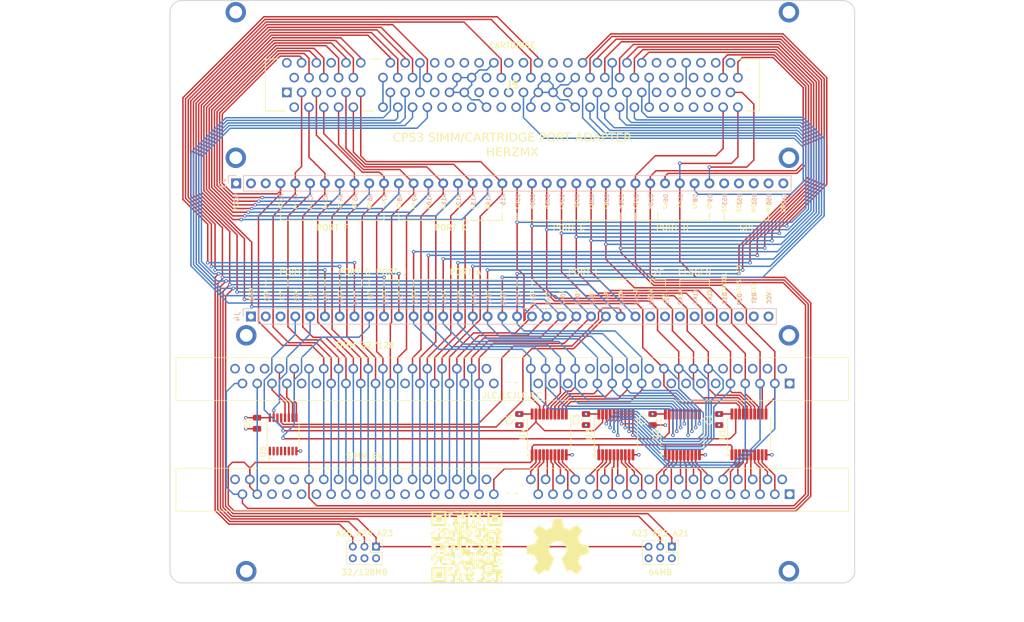
<source format=kicad_pcb>
(kicad_pcb (version 20240108) (generator "pcbnew") (generator_version "8.0")
  (layers (0 "F.Cu" signal) (1 "In1.Cu" signal) (2 "In2.Cu" signal) (31 "B.Cu" signal) (34 "B.Paste" user) (35 "F.Paste" user) (36 "B.SilkS" user "B.Silkscreen") (37 "F.SilkS" user "F.Silkscreen") (38 "B.Mask" user) (39 "F.Mask" user) (44 "Edge.Cuts" user))
  (net 0 "")
  (net 1 "VCC")
  (net 6 "GND")
  (net 27 "A19")
  (net 28 "A13")
  (net 29 "A18")
  (net 30 "A6")
  (net 31 "A10")
  (net 32 "A20")
  (net 33 "A3")
  (net 34 "A11")
  (net 35 "A1")
  (net 36 "A17")
  (net 37 "A12")
  (net 38 "A7")
  (net 39 "A5")
  (net 40 "A15")
  (net 41 "OE")
  (net 42 "A16")
  (net 43 "A8")
  (net 44 "A9")
  (net 45 "A2")
  (net 46 "WE")
  (net 47 "A14")
  (net 48 "A4")
  (net 49 "A0")
  (net 50 "DQ7")
  (net 51 "DQ0")
  (net 52 "DQ3")
  (net 53 "DQ1")
  (net 54 "DQ4")
  (net 55 "DQ2")
  (net 56 "DQ5")
  (net 57 "DQ6")
  (net 58 "DQ10")
  (net 59 "DQ9")
  (net 60 "DQ14")
  (net 61 "DQ15")
  (net 62 "CLK0")
  (net 63 "DQ11")
  (net 64 "DQ13")
  (net 65 "CLK2")
  (net 66 "A23")
  (net 67 "A21")
  (net 68 "DQ12")
  (net 69 "CLK1")
  (net 70 "A22")
  (net 71 "DQ8")
  (net 72 "/IC3-D7")
  (net 73 "/IC4-D1")
  (net 74 "/IC4-D6")
  (net 75 "/IC2-D4")
  (net 76 "/IC3-D4")
  (net 77 "/IC3-D3")
  (net 78 "/IC2-D3")
  (net 79 "/IC4-D0")
  (net 80 "/IC2-D0")
  (net 81 "/IC3-D2")
  (net 82 "/IC1-D0")
  (net 83 "/IC1-D4")
  (net 84 "/IC4-D3")
  (net 85 "/IC2-D2")
  (net 86 "/IC1-D2")
  (net 87 "/IC4-D2")
  (net 88 "/IC4-D7")
  (net 89 "/IC2-D5")
  (net 90 "/IC1-D6")
  (net 91 "/IC3-D6")
  (net 92 "/IC1-D3")
  (net 93 "/IC2-D1")
  (net 94 "/IC1-D7")
  (net 95 "/IC2-D7")
  (net 96 "/IC3-D5")
  (net 97 "/IC4-D4")
  (net 98 "/IC4-D5")
  (net 99 "/IC3-D1")
  (net 100 "/IC1-D1")
  (net 101 "/IC1-D5")
  (net 102 "/IC2-D6")
  (net 103 "/IC3-D0")
  (net 104 "/CPUC_~{WE3}")
  (net 105 "/VSS")
  (net 106 "/~{IRL0}_CPUC")
  (net 107 "/CPUC_~{WE1}")
  (net 108 "/CPUC_~{WE0}")
  (net 109 "/RxD_CPUC")
  (net 110 "/~{RST}_WD")
  (net 111 "/~{IRL3}_CPUC")
  (net 112 "/~{BS}_CPUC")
  (net 113 "/CPUC_~{CS1}")
  (net 114 "/~{RD}_CPUC")
  (net 115 "/~{IRL2}_CPUC")
  (net 116 "/~{IRL1}_CPUC")
  (net 117 "/RD{slash}~{WR}_CPUC")
  (net 118 "/CPUC_~{CS2}")
  (net 119 "/SCK_CPUC")
  (net 120 "/FTI_CPUC")
  (net 121 "/CPUC_~{CS0}")
  (net 122 "/FTCI_CPUC")
  (net 123 "/CPUC_~{CS3}")
  (net 124 "/CPUC_~{WE2}")
  (net 125 "/DQ22")
  (net 126 "/DQ16")
  (net 127 "/DQ28")
  (net 128 "/DQ17")
  (net 129 "/DQ21")
  (net 130 "/DQ19")
  (net 131 "/DQ23")
  (net 132 "/DQ27")
  (net 133 "/DQ20")
  (net 134 "/DQ31")
  (net 135 "/DQ30")
  (net 137 "/DQ29")
  (net 138 "/DQ25")
  (net 139 "/DQ18")
  (net 140 "/DQ24")
  (net 141 "/A26")
  (net 142 "/DQ26")
  (net 143 "/CEA")
  (net 144 "/CEB")
  (net 145 "/CEC")
  (net 146 "/CED")
  (net 148 "RST")
  (net 149 "BYTE")
  (net 150 "~{CE}R_CST")
  (net 151 "CE128")
  (net 152 "A24")
  (net 153 "A25")
  (net 154 "~{RST}_CPUC")
  (net 155 "WAIT_CPUC")
  (net 156 "~{STBY_WD}")
  (net 157 "CKIO_CPUC")
  (net 182 "CE64LSB")
  (net 184 "CE64MSB")
  (footprint "Package_SO:SSOP-20_5.3x7.2mm_P0.65mm" (layer "F.Cu") (at 156.325 124.508101 90)
    (property "Reference" "U4")
    (property "Value" "74LS245")
  )
  (footprint "Capacitor_SMD:C_0805_2012Metric" (layer "F.Cu") (at 174.08 121.9581 90)
    (property "Reference" "C2")
    (property "Value" "100nf")
  )
  (footprint "MountingHole:MountingHole_2.2mm_M2_ISO7380_Pad" (layer "F.Cu") (at 104.3 148)
    (property "Reference" "M2_5" (hide yes))
    (property "Value" "Screw_Terminal_01x01" (hide yes))
  )
  (footprint "MountingHole:MountingHole_2.2mm_M2_ISO7380_Pad" (layer "F.Cu") (at 104.3 107.5)
    (property "Reference" "M2_5" (hide yes))
    (property "Value" "Screw_Terminal_01x01" (hide yes))
  )
  (footprint "Package_SO:SSOP-20_5.3x7.2mm_P0.65mm" (layer "F.Cu") (at 167.775 124.508101 90)
    (property "Reference" "U3")
    (property "Value" "74LS245")
  )
  (footprint "Capacitor_SMD:C_0805_2012Metric" (layer "F.Cu") (at 162.65 121.9581 90)
    (property "Reference" "C3")
    (property "Value" "100nf")
  )
  (footprint "5145154-1:51451541" (layer "F.Cu") (at 111.2625 65.769999)
    (property "Reference" "J5")
    (property "Value" "5145154-1" (hide yes))
  )
  (footprint "MountingHole:MountingHole_2.2mm_M2_ISO7380_Pad" (layer "F.Cu") (at 197.5 77)
    (property "Reference" "M2_4" (hide yes))
    (property "Value" "Screw_Terminal_01x01" (hide yes))
  )
  (footprint "Capacitor_SMD:C_0805_2012Metric" (layer "F.Cu") (at 106.15 122.5956 90)
    (property "Reference" "C5")
    (property "Value" "100nf")
  )
  (footprint "Connector_PinHeader_2.00mm:PinHeader_2x03_P2.00mm_Vertical" (layer "F.Cu") (at 177.395 143.785 -90)
    (property "Reference" "J7" (hide yes))
    (property "Value" "Conn_02x03_Counter_Clockwise")
  )
  (footprint "CPS3:OpenHW" (layer "F.Cu") (at 157.795 143.785)
    (property "Reference" "REF**" (hide yes))
    (property "Value" "OpenHW" (hide yes))
  )
  (footprint "Package_SO:SSOP-20_5.3x7.2mm_P0.65mm" (layer "F.Cu") (at 179.205 124.508101 90)
    (property "Reference" "U2")
    (property "Value" "74LS245")
  )
  (footprint "MountingHole:MountingHole_2.2mm_M2_ISO7380_Pad" (layer "F.Cu") (at 102.5 52)
    (property "Reference" "M2_1" (hide yes))
    (property "Value" "Screw_Terminal_01x01" (hide yes))
  )
  (footprint "5822030-3:58220303" (layer "F.Cu") (at 197.62 134.783101 180)
    (property "Reference" "J2")
    (property "Value" "64MB" (hide yes))
  )
  (footprint "MountingHole:MountingHole_2.2mm_M2_ISO7380_Pad" (layer "F.Cu") (at 197.5 107.5)
    (property "Reference" "M2_6" (hide yes))
    (property "Value" "Screw_Terminal_01x01" (hide yes))
  )
  (footprint "Capacitor_SMD:C_0805_2012Metric" (layer "F.Cu") (at 151.2 121.9581 90)
    (property "Reference" "C4")
    (property "Value" "100nf")
  )
  (footprint "MountingHole:MountingHole_2.2mm_M2_ISO7380_Pad" (layer "F.Cu") (at 197.5 52)
    (property "Reference" "M2_2" (hide yes))
    (property "Value" "Screw_Terminal_01x01" (hide yes))
  )
  (footprint "Package_SO:SSOP-20_5.3x7.2mm_P0.65mm" (layer "F.Cu") (at 190.635 124.508101 90)
    (property "Reference" "U1")
    (property "Value" "74LS245")
  )
  (footprint "MountingHole:MountingHole_2.2mm_M2_ISO7380_Pad" (layer "F.Cu") (at 102.5 77)
    (property "Reference" "M2_3" (hide yes))
    (property "Value" "Screw_Terminal_01x01" (hide yes))
  )
  (footprint "5822030-3:58220303" (layer "F.Cu") (at 197.62 115.7631 180)
    (property "Reference" "J1")
    (property "Value" "128MB" (hide yes))
  )
  (footprint "" (layer "F.Cu") (at 197.5 148)
    (property "Reference" "")
    (property "Value" "")
  )
  (footprint "" (layer "F.Cu") (at 196.77 104.255)
    (property "Reference" "")
    (property "Value" "")
  )
  (footprint "CPS3:QR-CPS3-OSCR" (layer "F.Cu") (at 142.195 143.785)
    (property "Reference" "REF**" (hide yes))
    (property "Value" "QR-CPS3-OSCR" (hide yes))
  )
  (footprint "Connector_PinHeader_2.00mm:PinHeader_2x03_P2.00mm_Vertical" (layer "F.Cu") (at 126.595 143.785 -90)
    (property "Reference" "J6" (hide yes))
    (property "Value" "Conn_02x03_Counter_Clockwise")
  )
  (footprint "Capacitor_SMD:C_0805_2012Metric" (layer "F.Cu") (at 185.51 121.9581 90)
    (property "Reference" "C1")
    (property "Value" "100nf")
  )
  (footprint "Package_SO:TSSOP-16_4.4x5mm_P0.65mm" (layer "F.Cu") (at 110.625 124.508101 90)
    (property "Reference" "U5")
    (property "Value" "74HCT139")
  )
  (footprint "Connector_PinHeader_2.54mm:PinHeader_1x36_P2.54mm_Vertical" (layer "B.Cu") (at 105.1 104.255 -90)
    (property "Reference" "J4")
    (property "Value" "CART SLOT BOTTOM ROW")
  )
  (footprint "Connector_PinHeader_2.54mm:PinHeader_1x38_P2.54mm_Vertical" (layer "B.Cu") (at 102.56 81.395 -90)
    (property "Reference" "J3")
    (property "Value" "CART SLOT TOP ROW")
  )
  (gr_line (start 117.8 97.905) (end 117.8 99.175) (stroke (width 0.15)) (layer "F.SilkS"))
  (gr_line (start 186.38 87.745) (end 186.38 86.475) (stroke (width 0.15)) (layer "F.SilkS"))
  (gr_line (start 173.7 97.865) (end 176.3 97.865) (stroke (width 0.15)) (layer "F.SilkS"))
  (gr_line (start 174.95 86.475) (end 174.95 87.745) (stroke (width 0.15)) (layer "F.SilkS"))
  (gr_line (start 130.5 87.745) (end 148.28 87.745) (stroke (width 0.15)) (layer "F.SilkS"))
  (gr_line (start 194 86.475) (end 194 87.745) (stroke (width 0.15)) (layer "F.SilkS"))
  (gr_line (start 124.15 97.905) (end 124.15 99.175) (stroke (width 0.15)) (layer "F.SilkS"))
  (gr_line (start 150.82 97.905) (end 150.82 99.175) (stroke (width 0.15)) (layer "F.SilkS"))
  (gr_line (start 110.18 87.745) (end 127.96 87.745) (stroke (width 0.15)) (layer "F.SilkS"))
  (gr_line (start 120.34 97.905) (end 125.42 97.905) (stroke (width 0.15)) (layer "F.SilkS"))
  (gr_line (start 150.82 87.745) (end 168.6 87.745) (stroke (width 0.15)) (layer "F.SilkS"))
  (gr_line (start 178.76 97.905) (end 183.84 97.905) (stroke (width 0.15)) (layer "F.SilkS"))
  (gr_line (start 127.96 97.905) (end 130.5 97.905) (stroke (width 0.15)) (layer "F.SilkS"))
  (gr_line (start 171.14 86.475) (end 171.14 87.745) (stroke (width 0.15)) (layer "F.SilkS"))
  (gr_line (start 173.7 99.135) (end 173.7 97.865) (stroke (width 0.15)) (layer "F.SilkS"))
  (gr_line (start 125.42 97.905) (end 125.42 99.175) (stroke (width 0.15)) (layer "F.SilkS"))
  (gr_line (start 120.34 99.175) (end 120.34 97.905) (stroke (width 0.15)) (layer "F.SilkS"))
  (gr_line (start 130.5 86.475) (end 130.5 87.745) (stroke (width 0.15)) (layer "F.SilkS"))
  (gr_line (start 133.04 97.905) (end 150.82 97.905) (stroke (width 0.15)) (layer "F.SilkS"))
  (gr_line (start 183.84 97.905) (end 183.84 99.175) (stroke (width 0.15)) (layer "F.SilkS"))
  (gr_line (start 176.3 97.865) (end 176.3 99.135) (stroke (width 0.15)) (layer "F.SilkS"))
  (gr_line (start 171.2 99.0675) (end 171.2 97.9) (stroke (width 0.15)) (layer "F.SilkS"))
  (gr_line (start 133.04 99.175) (end 133.04 97.905) (stroke (width 0.15)) (layer "F.SilkS"))
  (gr_line (start 107.64 99.175) (end 107.64 97.905) (stroke (width 0.15)) (layer "F.SilkS"))
  (gr_line (start 111.45 97.905) (end 111.45 99.175) (stroke (width 0.15)) (layer "F.SilkS"))
  (gr_line (start 183.84 87.745) (end 183.84 86.475) (stroke (width 0.15)) (layer "F.SilkS"))
  (gr_line (start 168.6 87.745) (end 168.6 86.475) (stroke (width 0.15)) (layer "F.SilkS"))
  (gr_line (start 127.96 87.745) (end 127.96 86.475) (stroke (width 0.15)) (layer "F.SilkS"))
  (gr_line (start 150.82 86.475) (end 150.82 87.745) (stroke (width 0.15)) (layer "F.SilkS"))
  (gr_line (start 110.18 86.475) (end 110.18 87.745) (stroke (width 0.15)) (layer "F.SilkS"))
  (gr_line (start 148.28 87.745) (end 148.28 86.475) (stroke (width 0.15)) (layer "F.SilkS"))
  (gr_line (start 153.36 97.905) (end 171.2 97.9) (stroke (width 0.15)) (layer "F.SilkS"))
  (gr_line (start 130.5 97.905) (end 130.5 99.175) (stroke (width 0.15)) (layer "F.SilkS"))
  (gr_line (start 127.96 99.175) (end 127.96 97.905) (stroke (width 0.15)) (layer "F.SilkS"))
  (gr_line (start 153.36 99.175) (end 153.36 97.905) (stroke (width 0.15)) (layer "F.SilkS"))
  (gr_line (start 107.64 97.905) (end 117.8 97.905) (stroke (width 0.15)) (layer "F.SilkS"))
  (gr_line (start 186.38 87.745) (end 194 87.745) (stroke (width 0.15)) (layer "F.SilkS"))
  (gr_line (start 178.76 99.175) (end 178.76 97.905) (stroke (width 0.15)) (layer "F.SilkS"))
  (gr_line (start 171.14 87.745) (end 183.84 87.745) (stroke (width 0.15)) (layer "F.SilkS"))
  (gr_arc (start 93.205 150) (mid 91.790786 149.414214) (end 91.205 148) (stroke (width 0.15)) (layer "Edge.Cuts"))
  (gr_arc (start 91.204999 52) (mid 91.790786 50.585786) (end 93.205 50) (stroke (width 0.15)) (layer "Edge.Cuts"))
  (gr_line (start 93.205 50) (end 206.785 50) (stroke (width 0.15)) (layer "Edge.Cuts"))
  (gr_line (start 91.205 148) (end 91.205 52) (stroke (width 0.15)) (layer "Edge.Cuts"))
  (gr_arc (start 206.785 50) (mid 208.199214 50.585786) (end 208.785 52) (stroke (width 0.15)) (layer "Edge.Cuts"))
  (gr_line (start 208.785 148) (end 208.785 52) (stroke (width 0.15)) (layer "Edge.Cuts"))
  (gr_arc (start 208.785 148) (mid 208.199214 149.414214) (end 206.785 150) (stroke (width 0.15)) (layer "Edge.Cuts"))
  (gr_line (start 93.205 150) (end 206.785 150) (stroke (width 0.15)) (layer "Edge.Cuts"))
  (gr_text "A1" (at 112.86 83.14 90) (layer "B.SilkS") (effects (font (size 0.7 0.7) (thickness 0.125)) (justify left mirror)))
  (gr_text "GND" (at 196.72 83.061 90) (layer "B.SilkS") (effects (font (size 0.7 0.7) (thickness 0.125)) (justify left mirror)))
  (gr_text "D33" (at 161.12 83.14 90) (layer "B.SilkS") (effects (font (size 0.7 0.7) (thickness 0.125)) (justify left mirror)))
  (gr_text "D35" (at 156.04 83.14 90) (layer "B.SilkS") (effects (font (size 0.7 0.7) (thickness 0.125)) (justify left mirror)))
  (gr_text "D40" (at 123.16 100.219 90) (layer "B.SilkS") (effects (font (size 0.7 0.7) (thickness 0.125)) (justify left mirror)))
  (gr_text "D51" (at 191.58 83.02 90) (layer "B.SilkS") (effects (font (size 0.7 0.7) (thickness 0.125)) (justify left mirror)))
  (gr_text "A8" (at 130.64 83.14 90) (layer "B.SilkS") (effects (font (size 0.7 0.7) (thickness 0.125)) (justify left mirror)))
  (gr_text "A5" (at 123.02 83.14 90) (layer "B.SilkS") (effects (font (size 0.7 0.7) (thickness 0.125)) (justify left mirror)))
  (gr_text "D43" (at 168.88 100.219 90) (layer "B.SilkS") (effects (font (size 0.7 0.7) (thickness 0.125)) (justify left mirror)))
  (gr_text "D13" (at 186.5 100.049 90) (layer "B.SilkS") (effects (font (size 0.7 0.7) (thickness 0.125)) (justify left mirror)))
  (gr_text "D38" (at 189.04 100.219 90) (layer "B.SilkS") (effects (font (size 0.7 0.7) (thickness 0.125)) (justify left mirror)))
  (gr_text "D29" (at 151.1 100.219 90) (layer "B.SilkS") (effects (font (size 0.7 0.7) (thickness 0.125)) (justify left mirror)))
  (gr_text "A14" (at 145.88 83.14 90) (layer "B.SilkS") (effects (font (size 0.7 0.7) (thickness 0.125)) (justify left mirror)))
  (gr_text "CLK0" (at 183.96 99.541 90) (layer "B.SilkS") (effects (font (size 0.7 0.7) (thickness 0.125)) (justify left mirror)))
  (gr_text "D2" (at 115.54 100.219 90) (layer "B.SilkS") (effects (font (size 0.7 0.7) (thickness 0.125)) (justify left mirror)))
  (gr_text "D44" (at 166.34 100.219 90) (layer "B.SilkS") (effects (font (size 0.7 0.7) (thickness 0.125)) (justify left mirror)))
  (gr_text "D15" (at 128.24 100.219 90) (layer "B.SilkS") (effects (font (size 0.7 0.7) (thickness 0.125)) (justify left mirror)))
  (gr_text "D45" (at 163.8 100.219 90) (layer "B.SilkS") (effects (font (size 0.7 0.7) (thickness 0.125)) (justify left mirror)))
  (gr_text "D49" (at 153.64 100.219 90) (layer "B.SilkS") (effects (font (size 0.7 0.7) (thickness 0.125)) (justify left mirror)))
  (gr_text "D52" (at 189.04 83.02 90) (layer "B.SilkS") (effects (font (size 0.7 0.7) (thickness 0.125)) (justify left mirror)))
  (gr_text "D20" (at 173.96 100.219 90) (layer "B.SilkS") (effects (font (size 0.7 0.7) (thickness 0.125)) (justify left mirror)))
  (gr_text "GND" (at 105.22 99.541 90) (layer "B.SilkS") (effects (font (size 0.7 0.7) (thickness 0.125)) (justify left mirror)))
  (gr_text "CLK1" (at 181.42 99.541 90) (layer "B.SilkS") (effects (font (size 0.7 0.7) (thickness 0.125)) (justify left mirror)))
  (gr_text "D3" (at 118.08 100.219 90) (layer "B.SilkS") (effects (font (size 0.7 0.7) (thickness 0.125)) (justify left mirror)))
  (gr_text "D23" (at 135.86 100.219 90) (layer "B.SilkS") (effects (font (size 0.7 0.7) (thickness 0.125)) (justify left mirror)))
  (gr_text "A7" (at 128.1 83.14 90) (layer "B.SilkS") (effects (font (size 0.7 0.7) (thickness 0.125)) (justify left mirror)))
  (gr_text "A10" (at 135.72 83.14 90) (layer "B.SilkS") (effects (font (size 0.7 0.7) (thickness 0.125)) (justify left mirror)))
  (gr_text "A0" (at 110.32 83.14 90) (layer "B.SilkS") (effects (font (size 0.7 0.7) (thickness 0.125)) (justify left mirror)))
  (gr_text "CLK2" (at 178.88 99.541 90) (layer "B.SilkS") (effects (font (size 0.7 0.7) (thickness 0.125)) (justify left mirror)))
  (gr_text "D5" (at 113 100.219 90) (layer "B.SilkS") (effects (font (size 0.7 0.7) (thickness 0.125)) (justify left mirror)))
  (gr_text "A6" (at 125.56 83.14 90) (layer "B.SilkS") (effects (font (size 0.7 0.7) (thickness 0.125)) (justify left mirror)))
  (gr_text "D0" (at 107.92 100.219 90) (layer "B.SilkS") (effects (font (size 0.7 0.7) (thickness 0.125)) (justify left mirror)))
  (gr_text "A4" (at 120.48 83.14 90) (layer "B.SilkS") (effects (font (size 0.7 0.7) (thickness 0.125)) (justify left mirror)))
  (gr_text "D47" (at 158.72 100.219 90) (layer "B.SilkS") (effects (font (size 0.7 0.7) (thickness 0.125)) (justify left mirror)))
  (gr_text "D22" (at 133.32 100.219 90) (layer "B.SilkS") (effects (font (size 0.7 0.7) (thickness 0.125)) (justify left mirror)))
  (gr_text "D8" (at 181.44 83.14 90) (layer "B.SilkS") (effects (font (size 0.7 0.7) (thickness 0.125)) (justify left mirror)))
  (gr_text "D26" (at 143.48 100.219 90) (layer "B.SilkS") (effects (font (size 0.7 0.7) (thickness 0.125)) (justify left mirror)))
  (gr_text "D25" (at 140.94 100.219 90) (layer "B.SilkS") (effects (font (size 0.7 0.7) (thickness 0.125)) (justify left mirror)))
  (gr_text "D24" (at 138.4 100.219 90) (layer "B.SilkS") (effects (font (size 0.7 0.7) (thickness 0.125)) (justify left mirror)))
  (gr_text "VCC" (at 194.12 100.049 90) (layer "B.SilkS") (effects (font (size 0.7 0.7) (thickness 0.125)) (justify left mirror)))
  (gr_text "D36" (at 153.5 83.14 90) (layer "B.SilkS") (effects (font (size 0.7 0.7) (thickness 0.125)) (justify left mirror)))
  (gr_text "D9" (at 183.98 83.14 90) (layer "B.SilkS") (effects (font (size 0.7 0.7) (thickness 0.125)) (justify left mirror)))
  (gr_text "D7" (at 178.9 83.14 90) (layer "B.SilkS") (effects (font (size 0.7 0.7) (thickness 0.125)) (justify left mirror)))
  (gr_text "D34" (at 158.58 83.14 90) (layer "B.SilkS") (effects (font (size 0.7 0.7) (thickness 0.125)) (justify left mirror)))
  (gr_text "D14" (at 130.78 100.219 90) (layer "B.SilkS") (effects (font (size 0.7 0.7) (thickness 0.125)) (justify left mirror)))
  (gr_text "D4" (at 125.7 100.219 90) (layer "B.SilkS") (effects (font (size 0.7 0.7) (thickness 0.125)) (justify left mirror)))
  (gr_text "D30" (at 168.74 83.14 90) (layer "B.SilkS") (effects (font (size 0.7 0.7) (thickness 0.125)) (justify left mirror)))
  (gr_text "D53" (at 186.5 83.02 90) (layer "B.SilkS") (effects (font (size 0.7 0.7) (thickness 0.125)) (justify left mirror)))
  (gr_text "A11" (at 138.26 83.14 90) (layer "B.SilkS") (effects (font (size 0.7 0.7) (thickness 0.125)) (justify left mirror)))
  (gr_text "A9" (at 133.18 83.14 90) (layer "B.SilkS") (effects (font (size 0.7 0.7) (thickness 0.125)) (justify left mirror)))
  (gr_text "A15" (at 148.42 83.14 90) (layer "B.SilkS") (effects (font (size 0.7 0.7) (thickness 0.125)) (justify left mirror)))
  (gr_text "A12" (at 140.8 83.14 90) (layer "B.SilkS") (effects (font (size 0.7 0.7) (thickness 0.125)) (justify left mirror)))
  (gr_text "D50" (at 194.12 83.02 90) (layer "B.SilkS") (effects (font (size 0.7 0.7) (thickness 0.125)) (justify left mirror)))
  (gr_text "D32" (at 163.66 83.14 90) (layer "B.SilkS") (effects (font (size 0.7 0.7) (thickness 0.125)) (justify left mirror)))
  (gr_text "D37" (at 150.96 83.14 90) (layer "B.SilkS") (effects (font (size 0.7 0.7) (thickness 0.125)) (justify left mirror)))
  (gr_text "D28" (at 148.56 100.219 90) (layer "B.SilkS") (effects (font (size 0.7 0.7) (thickness 0.125)) (justify left mirror)))
  (gr_text "D17" (at 171.28 83.14 90) (layer "B.SilkS") (effects (font (size 0.7 0.7) (thickness 0.125)) (justify left mirror)))
  (gr_text "D27" (at 146.02 100.219 90) (layer "B.SilkS") (effects (font (size 0.7 0.7) (thickness 0.125)) (justify left mirror)))
  (gr_text "D42" (at 171.42 100.219 90) (layer "B.SilkS") (effects (font (size 0.7 0.7) (thickness 0.125)) (justify left mirror)))
  (gr_text "D31" (at 166.2 83.14 90) (layer "B.SilkS") (effects (font (size 0.7 0.7) (thickness 0.125)) (justify left mirror)))
  (gr_text "D41" (at 120.62 100.219 90) (layer "B.SilkS") (effects (font (size 0.7 0.7) (thickness 0.125)) (justify left mirror)))
  (gr_text "D1" (at 110.46 100.219 90) (layer "B.SilkS") (effects (font (size 0.7 0.7) (thickness 0.125)) (justify left mirror)))
  (gr_text "D16" (at 173.82 83.14 90) (layer "B.SilkS") (effects (font (size 0.7 0.7) (thickness 0.125)) (justify left mirror)))
  (gr_text "A2" (at 115.4 83.14 90) (layer "B.SilkS") (effects (font (size 0.7 0.7) (thickness 0.125)) (justify left mirror)))
  (gr_text "D6" (at 176.36 83.14 90) (layer "B.SilkS") (effects (font (size 0.7 0.7) (thickness 0.125)) (justify left mirror)))
  (gr_text "D21" (at 176.5 100.219 90) (layer "B.SilkS") (effects (font (size 0.7 0.7) (thickness 0.125)) (justify left mirror)))
  (gr_text "A3" (at 117.94 83.14 90) (layer "B.SilkS") (effects (font (size 0.7 0.7) (thickness 0.125)) (justify left mirror)))
  (gr_text "D46" (at 161.26 100.219 90) (layer "B.SilkS") (effects (font (size 0.7 0.7) (thickness 0.125)) (justify left mirror)))
  (gr_text "VCC" (at 102.68 83.02 90) (layer "B.SilkS") (effects (font (size 0.7 0.7) (thickness 0.125)) (justify left mirror)))
  (gr_text "D48" (at 156.18 100.219 90) (layer "B.SilkS") (effects (font (size 0.7 0.7) (thickness 0.125)) (justify left mirror)))
  (gr_text "RST" (at 191.58 100.049 90) (layer "B.SilkS") (effects (font (size 0.7 0.7) (thickness 0.125)) (justify left mirror)))
  (gr_text "A13" (at 143.34 83.14 90) (layer "B.SilkS") (effects (font (size 0.7 0.7) (thickness 0.125)) (justify left mirror)))
  (gr_text "MISO" (at 194 86.475 90) (layer "F.SilkS") (effects (font (size 0.7 0.7) (thickness 0.125)) (justify left)))
  (gr_text "4" (at 143.2 100.445 0) (layer "F.SilkS") (effects (font (size 1 1))))
  (gr_text "3" (at 160.98 100.445 0) (layer "F.SilkS") (effects (font (size 1 1))))
  (gr_text "SCK" (at 188.92 86.475 90) (layer "F.SilkS") (effects (font (size 0.7 0.7) (thickness 0.125)) (justify left)))
  (gr_text "PORT L" (at 162.25 96.635 0) (layer "F.SilkS") (effects (font (size 1 1))))
  (gr_text "SIMM 32/128" (at 124.595 109.2231 0) (layer "F.SilkS") (effects (font (size 1 1))))
  (gr_text "1" (at 112.72 85.205 0) (layer "F.SilkS") (effects (font (size 1 1))))
  (gr_text "MOSI" (at 191.46 86.475 90) (layer "F.SilkS") (effects (font (size 0.7 0.7) (thickness 0.125)) (justify left)))
  (gr_text "0" (at 107.64 100.445 0) (layer "F.SilkS") (effects (font (size 1 1))))
  (gr_text "PORT F" (at 119.07 89.015 0) (layer "F.SilkS") (effects (font (size 1 1))))
  (gr_text "5" (at 145.74 100.445 0) (layer "F.SilkS") (effects (font (size 1 1))))
  (gr_text "6" (at 145.74 85.205 0) (layer "F.SilkS") (effects (font (size 1 1))))
  (gr_text "4" (at 140.66 85.205 0) (layer "F.SilkS") (effects (font (size 1 1))))
  (gr_text "4" (at 160.98 85.205 0) (layer "F.SilkS") (effects (font (size 1 1))))
  (gr_text "6" (at 183.84 85.205 0) (layer "F.SilkS") (effects (font (size 1 1))))
  (gr_text "JLCJLCJLCJLC" (at 150 117.8 0) (layer "F.SilkS") (effects (font (size 1 1))))
  (gr_text "CLKGEN" (at 181.3 96.635 0) (layer "F.SilkS") (effects (font (size 1 1))))
  (gr_text "0" (at 171.14 85.205 0) (layer "F.SilkS") (effects (font (size 1 1))))
  (gr_text "GND" (at 105.1 101.545 90) (layer "F.SilkS") (effects (font (size 0.7 0.7) (thickness 0.125)) (justify left)))
  (gr_text "SCL" (at 176.2 101.7 90) (layer "F.SilkS") (effects (font (size 0.7 0.7) (thickness 0.125)) (justify left)))
  (gr_text "5" (at 166.06 100.445 0) (layer "F.SilkS") (effects (font (size 1 1))))
  (gr_text "0" (at 127.96 100.445 0) (layer "F.SilkS") (effects (font (size 1 1))))
  (gr_text "PORT C" (at 159.71 89.015 0) (layer "F.SilkS") (effects (font (size 1 1))))
  (gr_text "PORT G" (at 122.88 96.635 0) (layer "F.SilkS") (effects (font (size 1 1))))
  (gr_text "PORT K" (at 139.39 89.015 0) (layer "F.SilkS") (effects (font (size 1 1))))
  (gr_text "2" (at 135.58 85.205 0) (layer "F.SilkS") (effects (font (size 1 1))))
  (gr_text "1" (at 135.58 100.445 0) (layer "F.SilkS") (effects (font (size 1 1))))
  (gr_text "VCC" (at 102.56 86.305 90) (layer "F.SilkS") (effects (font (size 0.7 0.7) (thickness 0.125)) (justify left)))
  (gr_text "0" (at 133.04 100.445 0) (layer "F.SilkS") (effects (font (size 1 1))))
  (gr_text "3" (at 158.44 85.205 0) (layer "F.SilkS") (effects (font (size 1 1))))
  (gr_text "CARTDRIGE" (at 150 57.689999 0) (layer "F.SilkS") (effects (font (size 1 1))))
  (gr_text "1" (at 110.18 100.445 0) (layer "F.SilkS") (effects (font (size 1 1))))
  (gr_text "1" (at 181.3 100.445 0) (layer "F.SilkS") (effects (font (size 1 1))))
  (gr_text "1" (at 173.68 85.205 0) (layer "F.SilkS") (effects (font (size 1 1))))
  (gr_text "0" (at 120.34 100.445 0) (layer "F.SilkS") (effects (font (size 1 1))))
  (gr_text "1" (at 130.5 100.445 0) (layer "F.SilkS") (effects (font (size 1 1))))
  (gr_text "2" (at 138.12 100.445 0) (layer "F.SilkS") (effects (font (size 1 1))))
  (gr_text "4" (at 163.52 100.445 0) (layer "F.SilkS") (effects (font (size 1 1))))
  (gr_text "3" (at 112.72 100.445 0) (layer "F.SilkS") (effects (font (size 1 1))))
  (gr_text "A23 A22 A21" (at 175.395 141.5 0) (layer "F.SilkS") (effects (font (size 1 1))))
  (gr_text "1" (at 153.36 85.205 0) (layer "F.SilkS") (effects (font (size 1 1))))
  (gr_text "SDA" (at 173.7 101.7 90) (layer "F.SilkS") (effects (font (size 0.7 0.7) (thickness 0.125)) (justify left)))
  (gr_text "5" (at 181.3 85.205 0) (layer "F.SilkS") (effects (font (size 1 1))))
  (gr_text "6" (at 166.06 85.205 0) (layer "F.SilkS") (effects (font (size 1 1))))
  (gr_text "64MB\n" (at 175.395 148.2 0) (layer "F.SilkS") (effects (font (size 1 1))))
  (gr_text "7" (at 148.28 85.205 0) (layer "F.SilkS") (effects (font (size 1 1))))
  (gr_text "CPS3 SIMM/CARTRIDGE PORT ADAPTER\nHERZMX" (at 149.98 74.8525 0) (layer "F.SilkS") (effects (font (size 1.5 1.5))))
  (gr_text "SPI" (at 190.19 89.015 0) (layer "F.SilkS") (effects (font (size 1 1))))
  (gr_text "1" (at 133.04 85.205 0) (layer "F.SilkS") (effects (font (size 1 1))))
  (gr_text "4" (at 178.76 85.205 0) (layer "F.SilkS") (effects (font (size 1 1))))
  (gr_text "4" (at 120.34 85.205 0) (layer "F.SilkS") (effects (font (size 1 1))))
  (gr_text "7" (at 171.14 100.4 0) (layer "F.SilkS") (effects (font (size 1 1))))
  (gr_text "2" (at 178.76 100.445 0) (layer "F.SilkS") (effects (font (size 1 1))))
  (gr_text "GND" (at 196.54 86.475 90) (layer "F.SilkS") (effects (font (size 0.7 0.7) (thickness 0.125)) (justify left)))
  (gr_text "3" (at 117.8 85.205 0) (layer "F.SilkS") (effects (font (size 1 1))))
  (gr_text "0" (at 130.5 85.205 0) (layer "F.SilkS") (effects (font (size 1 1))))
  (gr_text "SIMM 64" (at 124.595 128.243101 0) (layer "F.SilkS") (effects (font (size 1 1))))
  (gr_text "4" (at 115.26 100.445 0) (layer "F.SilkS") (effects (font (size 1 1))))
  (gr_text "7" (at 127.96 85.205 0) (layer "F.SilkS") (effects (font (size 1 1))))
  (gr_text "2" (at 115.26 85.205 0) (layer "F.SilkS") (effects (font (size 1 1))))
  (gr_text "1" (at 122.88 100.445 0) (layer "F.SilkS") (effects (font (size 1 1))))
  (gr_text "NEOPIXEL" (at 186.38 101.715 90) (layer "F.SilkS") (effects (font (size 0.7 0.7) (thickness 0.125)) (justify left)))
  (gr_text "3" (at 176.22 85.205 0) (layer "F.SilkS") (effects (font (size 1 1))))
  (gr_text "6" (at 148.28 100.445 0) (layer "F.SilkS") (effects (font (size 1 1))))
  (gr_text "32/128MB\n" (at 124.595 148.2 0) (layer "F.SilkS") (effects (font (size 1 1))))
  (gr_text "2" (at 155.9 85.205 0) (layer "F.SilkS") (effects (font (size 1 1))))
  (gr_text "5" (at 125.42 100.445 0) (layer "F.SilkS") (effects (font (size 1 1))))
  (gr_text "7" (at 168.6 85.205 0) (layer "F.SilkS") (effects (font (size 1 1))))
  (gr_text "6" (at 125.42 85.205 0) (layer "F.SilkS") (effects (font (size 1 1))))
  (gr_text "PORT E" (at 112.72 96.635 0) (layer "F.SilkS") (effects (font (size 1 1))))
  (gr_text "I2C" (at 174.9 96.7 0) (layer "F.SilkS") (effects (font (size 1 1))))
  (gr_text "5" (at 122.88 85.205 0) (layer "F.SilkS") (effects (font (size 1 1))))
  (gr_text "5" (at 117.8 100.445 0) (layer "F.SilkS") (effects (font (size 1 1))))
  (gr_text "5" (at 163.52 85.205 0) (layer "F.SilkS") (effects (font (size 1 1))))
  (gr_text "2" (at 158.44 100.445 0) (layer "F.SilkS") (effects (font (size 1 1))))
  (gr_text "6" (at 168.6 100.4 0) (layer "F.SilkS") (effects (font (size 1 1))))
  (gr_text "0" (at 183.84 100.445 0) (layer "F.SilkS") (effects (font (size 1 1))))
  (gr_text "STATUS LED" (at 188.92 101.715 90) (layer "F.SilkS") (effects (font (size 0.7 0.7) (thickness 0.125)) (justify left)))
  (gr_text "RESET" (at 191.46 101.715 90) (layer "F.SilkS") (effects (font (size 0.7 0.7) (thickness 0.125)) (justify left)))
  (gr_text "PORT H" (at 177.49 89.015 0) (layer "F.SilkS") (effects (font (size 1 1))))
  (gr_text "0" (at 110.18 85.205 0) (layer "F.SilkS") (effects (font (size 1 1))))
  (gr_text "3" (at 138.12 85.205 0) (layer "F.SilkS") (effects (font (size 1 1))))
  (gr_text "0" (at 150.82 85.205 0) (layer "F.SilkS") (effects (font (size 1 1))))
  (gr_text "PORT A" (at 141.93 96.635 0) (layer "F.SilkS") (effects (font (size 1 1))))
  (gr_text "SS" (at 186.38 86.475 90) (layer "F.SilkS") (effects (font (size 0.7 0.7) (thickness 0.125)) (justify left)))
  (gr_text "7" (at 150.82 100.445 0) (layer "F.SilkS") (effects (font (size 1 1))))
  (gr_text "PORT J" (at 129.23 96.635 0) (layer "F.SilkS") (effects (font (size 1 1))))
  (gr_text "0" (at 153.36 100.445 0) (layer "F.SilkS") (effects (font (size 1 1))))
  (gr_text "A25 A24 A23" (at 124.595 141.5 0) (layer "F.SilkS") (effects (font (size 1 1))))
  (gr_text "3" (at 140.66 100.445 0) (layer "F.SilkS") (effects (font (size 1 1))))
  (gr_text "1" (at 155.9 100.445 0) (layer "F.SilkS") (effects (font (size 1 1))))
  (gr_text "VCC" (at 194 101.715 90) (layer "F.SilkS") (effects (font (size 0.7 0.7) (thickness 0.125)) (justify left)))
  (gr_text "5" (at 143.2 85.205 0) (layer "F.SilkS") (effects (font (size 1 1))))
  (segment (start 151.2 121.008101) (end 153.4 121.008101) (width 0.25) (layer "F.Cu") (net 1))
  (segment (start 108.35 121.645601) (end 106.15 121.645601) (width 0.25) (layer "F.Cu") (net 1))
  (segment (start 106.15 121.645601) (end 104.22 121.645601) (width 0.25) (layer "F.Cu") (net 1))
  (segment (start 185.51 121.008101) (end 187.71 121.008101) (width 0.25) (layer "F.Cu") (net 1))
  (segment (start 176.28 121.008101) (end 174.08 121.008101) (width 0.25) (layer "F.Cu") (net 1))
  (segment (start 164.85 121.008101) (end 162.65 121.008101) (width 0.25) (layer "F.Cu") (net 1))
  (via (at 151.2 121.008101) (size 0.61) (drill 0.305) (layers "F.Cu" "B.Cu") (net 1))
  (via (at 162.65 121.008101) (size 0.61) (drill 0.305) (layers "F.Cu" "B.Cu") (net 1))
  (via (at 174.08 121.008101) (size 0.61) (drill 0.305) (layers "F.Cu" "B.Cu") (net 1))
  (via (at 104.22 121.645601) (size 0.61) (drill 0.305) (layers "F.Cu" "B.Cu") (net 1))
  (via (at 185.51 121.008101) (size 0.61) (drill 0.305) (layers "F.Cu" "B.Cu") (net 1))
  (segment (start 112.9 127.370601) (end 113.605 127.370601) (width 0.25) (layer "F.Cu") (net 6))
  (segment (start 159.25 128.008101) (end 160.25 128.008101) (width 0.25) (layer "F.Cu") (net 6))
  (segment (start 176.28 122.908099) (end 174.08 122.908099) (width 0.25) (layer "F.Cu") (net 6))
  (segment (start 193.56 128.008101) (end 194.56 128.008101) (width 0.25) (layer "F.Cu") (net 6))
  (segment (start 183.13 128.008101) (end 182.13 128.008101) (width 0.25) (layer "F.Cu") (net 6))
  (segment (start 106.15 123.545599) (end 104.22 123.545599) (width 0.25) (layer "F.Cu") (net 6))
  (segment (start 170.7 128.008101) (end 171.7 128.008101) (width 0.25) (layer "F.Cu") (net 6))
  (via (at 113.605 127.370601) (size 0.61) (drill 0.305) (layers "F.Cu" "B.Cu") (net 6))
  (via (at 104.22 123.545599) (size 0.61) (drill 0.305) (layers "F.Cu" "B.Cu") (net 6))
  (via (at 162.65 122.908099) (size 0.61) (drill 0.305) (layers "F.Cu" "B.Cu") (net 6))
  (via (at 171.7 128.008101) (size 0.61) (drill 0.305) (layers "F.Cu" "B.Cu") (net 6))
  (via (at 151.2 122.908099) (size 0.61) (drill 0.305) (layers "F.Cu" "B.Cu") (net 6))
  (via (at 185.51 122.908099) (size 0.61) (drill 0.305) (layers "F.Cu" "B.Cu") (net 6))
  (via (at 194.56 128.008101) (size 0.61) (drill 0.305) (layers "F.Cu" "B.Cu") (net 6))
  (via (at 160.25 128.008101) (size 0.61) (drill 0.305) (layers "F.Cu" "B.Cu") (net 6))
  (via (at 176.28 122.908099) (size 0.61) (drill 0.305) (layers "F.Cu" "B.Cu") (net 6))
  (via (at 183.13 128.008101) (size 0.61) (drill 0.305) (layers "F.Cu" "B.Cu") (net 6))
  (segment (start 179.8475 65.769999) (end 179.8475 60.689999) (width 0.25) (layer "B.Cu") (net 6))
  (segment (start 159.537501 67.05) (end 158.267501 67.05) (width 0.25) (layer "B.Cu") (net 6))
  (segment (start 141.7475 65.769999) (end 143.027501 67.05) (width 0.25) (layer "B.Cu") (net 6))
  (segment (start 156.9875 64.499999) (end 155.7175 63.229999) (width 0.25) (layer "B.Cu") (net 6))
  (segment (start 140.4775 63.229999) (end 140.4775 64.499999) (width 0.25) (layer "B.Cu") (net 6))
  (segment (start 143.0175 63.229999) (end 143.0175 64.499999) (width 0.25) (layer "B.Cu") (net 6))
  (segment (start 154.4475 64.499999) (end 155.7175 63.229999) (width 0.25) (layer "B.Cu") (net 6))
  (segment (start 173.4975 63.229999) (end 173.4975 68.309999) (width 0.25) (layer "B.Cu") (net 6))
  (segment (start 153.1775 67.039999) (end 154.4475 65.769999) (width 0.25) (layer "B.Cu") (net 6))
  (segment (start 153.1775 68.309999) (end 153.1775 67.039999) (width 0.25) (layer "B.Cu") (net 6))
  (segment (start 167.1475 65.769999) (end 167.1475 60.689999) (width 0.25) (layer "B.Cu") (net 6))
  (segment (start 159.552499 64.475) (end 160.7975 63.229999) (width 0.25) (layer "B.Cu") (net 6))
  (segment (start 145.592499 61.925) (end 146.8275 60.689999) (width 0.25) (layer "B.Cu") (net 6))
  (segment (start 154.4475 65.769999) (end 154.4475 64.499999) (width 0.25) (layer "B.Cu") (net 6))
  (segment (start 143.0175 64.499999) (end 141.7475 65.769999) (width 0.25) (layer "B.Cu") (net 6))
  (segment (start 156.9875 65.769999) (end 156.9875 64.499999) (width 0.25) (layer "B.Cu") (net 6))
  (segment (start 140.4775 64.499999) (end 139.2075 65.769999) (width 0.25) (layer "B.Cu") (net 6))
  (segment (start 139.2075 65.769999) (end 141.7475 65.769999) (width 0.25) (layer "B.Cu") (net 6))
  (segment (start 156.9875 65.769999) (end 154.4475 65.769999) (width 0.25) (layer "B.Cu") (net 6))
  (segment (start 144.322499 61.925) (end 145.592499 61.925) (width 0.25) (layer "B.Cu") (net 6))
  (segment (start 160.7975 68.309999) (end 159.537501 67.05) (width 0.25) (layer "B.Cu") (net 6))
  (segment (start 143.0175 63.229999) (end 144.322499 61.925) (width 0.25) (layer "B.Cu") (net 6))
  (segment (start 158.267501 67.05) (end 156.9875 65.769999) (width 0.25) (layer "B.Cu") (net 6))
  (segment (start 143.027501 67.05) (end 144.297501 67.05) (width 0.25) (layer "B.Cu") (net 6))
  (segment (start 144.297501 67.05) (end 145.5575 68.309999) (width 0.25) (layer "B.Cu") (net 6))
  (segment (start 158.282499 64.475) (end 159.552499 64.475) (width 0.25) (layer "B.Cu") (net 6))
  (segment (start 134.1275 60.689999) (end 134.1275 65.769999) (width 0.25) (layer "B.Cu") (net 6))
  (segment (start 156.9875 65.769999) (end 158.282499 64.475) (width 0.25) (layer "B.Cu") (net 6))
  (segment (start 127.7775 63.229999) (end 127.7775 68.309999) (width 0.25) (layer "B.Cu") (net 6))
  (segment (start 140.4775 63.229999) (end 143.0175 63.229999) (width 0.25) (layer "B.Cu") (net 6))
  (segment (start 160.98 104.255) (end 156.805 108.43) (width 0.25) (layer "F.Cu") (net 27))
  (segment (start 145.91 108.43) (end 143.01 111.33) (width 0.25) (layer "F.Cu") (net 27))
  (segment (start 156.805 108.43) (end 145.91 108.43) (width 0.25) (layer "F.Cu") (net 27))
  (segment (start 143.01 111.33) (end 143.01 113.2231) (width 0.25) (layer "F.Cu") (net 27))
  (segment (start 129.875 70.575) (end 130.3175 70.1325) (width 0.25) (layer "B.Cu") (net 27))
  (segment (start 157.41 100.685) (end 100.549857 100.685) (width 0.25) (layer "B.Cu") (net 27))
  (segment (start 95.25 95.385143) (end 95.25 76.311396) (width 0.25) (layer "B.Cu") (net 27))
  (segment (start 143.01 113.2231) (end 143.01 132.243101) (width 0.25) (layer "B.Cu") (net 27))
  (segment (start 100.986396 70.575) (end 129.875 70.575) (width 0.25) (layer "B.Cu") (net 27))
  (segment (start 160.98 104.255) (end 157.41 100.685) (width 0.25) (layer "B.Cu") (net 27))
  (segment (start 95.25 76.311396) (end 100.986396 70.575) (width 0.25) (layer "B.Cu") (net 27))
  (segment (start 130.3175 70.1325) (end 130.3175 68.309999) (width 0.25) (layer "B.Cu") (net 27))
  (segment (start 100.549857 100.685) (end 95.25 95.385143) (width 0.25) (layer "B.Cu") (net 27))
  (segment (start 143.2 83.2) (end 139.42 86.98) (width 0.25) (layer "F.Cu") (net 28))
  (segment (start 143.2 81.395) (end 143.2 83.2) (width 0.25) (layer "F.Cu") (net 28))
  (segment (start 122.6925 76.028896) (end 124.782208 78.118604) (width 0.25) (layer "F.Cu") (net 28))
  (segment (start 122.6925 68.309999) (end 122.6925 76.028896) (width 0.25) (layer "F.Cu") (net 28))
  (segment (start 139.42 107.31) (end 135.39 111.34) (width 0.25) (layer "F.Cu") (net 28))
  (segment (start 139.42 86.98) (end 139.42 107.31) (width 0.25) (layer "F.Cu") (net 28))
  (segment (start 135.39 111.34) (end 135.39 113.2231) (width 0.25) (layer "F.Cu") (net 28))
  (segment (start 139.923604 78.118604) (end 143.2 81.395) (width 0.25) (layer "F.Cu") (net 28))
  (segment (start 124.782208 78.118604) (end 139.923604 78.118604) (width 0.25) (layer "F.Cu") (net 28))
  (segment (start 135.39 113.2231) (end 135.39 132.243101) (width 0.25) (layer "B.Cu") (net 28))
  (segment (start 96.125 83.037564) (end 96.125 67.797436) (width 0.25) (layer "F.Cu") (net 29))
  (segment (start 158.44 104.255) (end 154.715 107.98) (width 0.25) (layer "F.Cu") (net 29))
  (segment (start 108.432437 55.489999) (end 125.789999 55.489999) (width 0.25) (layer "F.Cu") (net 29))
  (segment (start 125.789999 55.489999) (end 130.3175 60.0175) (width 0.25) (layer "F.Cu") (net 29))
  (segment (start 154.715 107.98) (end 145.1 107.98) (width 0.25) (layer "F.Cu") (net 29))
  (segment (start 103.98 90.892564) (end 96.125 83.037564) (width 0.25) (layer "F.Cu") (net 29))
  (segment (start 103.98 101.315) (end 103.98 90.892564) (width 0.25) (layer "F.Cu") (net 29))
  (segment (start 96.125 67.797436) (end 108.432437 55.489999) (width 0.25) (layer "F.Cu") (net 29))
  (segment (start 130.3175 60.0175) (end 130.3175 63.229999) (width 0.25) (layer "F.Cu") (net 29))
  (segment (start 141.74 111.34) (end 141.74 115.7631) (width 0.25) (layer "F.Cu") (net 29))
  (segment (start 145.1 107.98) (end 141.74 111.34) (width 0.25) (layer "F.Cu") (net 29))
  (via (at 103.98 101.315) (size 0.61) (drill 0.305) (layers "F.Cu" "B.Cu") (net 29))
  (segment (start 158.44 104.255) (end 155.5 101.315) (width 0.25) (layer "B.Cu") (net 29))
  (segment (start 141.74 115.7631) (end 141.74 134.783101) (width 0.25) (layer "B.Cu") (net 29))
  (segment (start 155.5 101.315) (end 103.98 101.315) (width 0.25) (layer "B.Cu") (net 29))
  (segment (start 101.995812 85.09) (end 98.825 81.919188) (width 0.25) (layer "F.Cu") (net 30))
  (segment (start 125.42 83.23) (end 125.42 81.395) (width 0.25) (layer "F.Cu") (net 30))
  (segment (start 98.825 68.915812) (end 109.550813 58.189999) (width 0.25) (layer "F.Cu") (net 30))
  (segment (start 115.914999 58.189999) (end 117.6125 59.8875) (width 0.25) (layer "F.Cu") (net 30))
  (segment (start 105.84 85.09) (end 101.995812 85.09) (width 0.25) (layer "F.Cu") (net 30))
  (segment (start 117.6125 59.8875) (end 117.6125 63.229999) (width 0.25) (layer "F.Cu") (net 30))
  (segment (start 121.58 87.07) (end 125.42 83.23) (width 0.25) (layer "F.Cu") (net 30))
  (segment (start 121.58 107.69) (end 121.58 87.07) (width 0.25) (layer "F.Cu") (net 30))
  (segment (start 125.23 113.2231) (end 125.23 111.34) (width 0.25) (layer "F.Cu") (net 30))
  (segment (start 109.550813 58.189999) (end 115.914999 58.189999) (width 0.25) (layer "F.Cu") (net 30))
  (segment (start 125.23 111.34) (end 121.58 107.69) (width 0.25) (layer "F.Cu") (net 30))
  (segment (start 98.825 81.919188) (end 98.825 68.915812) (width 0.25) (layer "F.Cu") (net 30))
  (via (at 105.84 85.09) (size 0.61) (drill 0.305) (layers "F.Cu" "B.Cu") (net 30))
  (segment (start 123.5475 85.09) (end 105.84 85.09) (width 0.25) (layer "B.Cu") (net 30))
  (segment (start 125.42 83.2175) (end 123.5475 85.09) (width 0.25) (layer "B.Cu") (net 30))
  (segment (start 125.23 113.2231) (end 125.23 132.243101) (width 0.25) (layer "B.Cu") (net 30))
  (segment (start 125.42 81.395) (end 125.42 83.2175) (width 0.25) (layer "B.Cu") (net 30))
  (segment (start 131.82 87.005) (end 131.82 109.86) (width 0.25) (layer "F.Cu") (net 31))
  (segment (start 135.58 83.245) (end 131.82 87.005) (width 0.25) (layer "F.Cu") (net 31))
  (segment (start 101.98302 86.35) (end 97.925 82.29198) (width 0.25) (layer "F.Cu") (net 31))
  (segment (start 131.82 109.86) (end 130.31 111.37) (width 0.25) (layer "F.Cu") (net 31))
  (segment (start 97.925 68.54302) (end 109.178021 57.289999) (width 0.25) (layer "F.Cu") (net 31))
  (segment (start 135.58 81.395) (end 135.58 83.245) (width 0.25) (layer "F.Cu") (net 31))
  (segment (start 109.178021 57.289999) (end 118.889999 57.289999) (width 0.25) (layer "F.Cu") (net 31))
  (segment (start 118.889999 57.289999) (end 121.4225 59.8225) (width 0.25) (layer "F.Cu") (net 31))
  (segment (start 104.64 86.35) (end 101.98302 86.35) (width 0.25) (layer "F.Cu") (net 31))
  (segment (start 121.4225 59.8225) (end 121.4225 60.689999) (width 0.25) (layer "F.Cu") (net 31))
  (segment (start 130.31 111.37) (end 130.31 113.2231) (width 0.25) (layer "F.Cu") (net 31))
  (segment (start 97.925 82.29198) (end 97.925 68.54302) (width 0.25) (layer "F.Cu") (net 31))
  (via (at 104.64 86.35) (size 0.61) (drill 0.305) (layers "F.Cu" "B.Cu") (net 31))
  (segment (start 130.31 113.2231) (end 130.31 132.243101) (width 0.25) (layer "B.Cu") (net 31))
  (segment (start 135.58 83.245) (end 132.475 86.35) (width 0.25) (layer "B.Cu") (net 31))
  (segment (start 132.475 86.35) (end 104.64 86.35) (width 0.25) (layer "B.Cu") (net 31))
  (segment (start 135.58 81.395) (end 135.58 83.245) (width 0.25) (layer "B.Cu") (net 31))
  (segment (start 158.895 108.88) (end 146.75 108.88) (width 0.25) (layer "F.Cu") (net 32))
  (segment (start 108.246041 55.039999) (end 126.739999 55.039999) (width 0.25) (layer "F.Cu") (net 32))
  (segment (start 95.675 67.61104) (end 108.246041 55.039999) (width 0.25) (layer "F.Cu") (net 32))
  (segment (start 163.52 104.255) (end 158.895 108.88) (width 0.25) (layer "F.Cu") (net 32))
  (segment (start 102.72 90.26896) (end 95.675 83.22396) (width 0.25) (layer "F.Cu") (net 32))
  (segment (start 144.28 111.35) (end 144.28 115.7631) (width 0.25) (layer "F.Cu") (net 32))
  (segment (start 95.675 83.22396) (end 95.675 67.61104) (width 0.25) (layer "F.Cu") (net 32))
  (segment (start 146.75 108.88) (end 144.28 111.35) (width 0.25) (layer "F.Cu") (net 32))
  (segment (start 131.5875 59.8875) (end 131.5875 60.689999) (width 0.25) (layer "F.Cu") (net 32))
  (segment (start 126.739999 55.039999) (end 131.5875 59.8875) (width 0.25) (layer "F.Cu") (net 32))
  (segment (start 102.72 100.055) (end 102.72 90.26896) (width 0.25) (layer "F.Cu") (net 32))
  (via (at 102.72 100.055) (size 0.61) (drill 0.305) (layers "F.Cu" "B.Cu") (net 32))
  (segment (start 163.52 104.255) (end 159.32 100.055) (width 0.25) (layer "B.Cu") (net 32))
  (segment (start 159.32 100.055) (end 102.72 100.055) (width 0.25) (layer "B.Cu") (net 32))
  (segment (start 144.28 115.7631) (end 144.28 134.783101) (width 0.25) (layer "B.Cu") (net 32))
  (segment (start 114.01 86.99) (end 114.01 106.07) (width 0.25) (layer "F.Cu") (net 33))
  (segment (start 115.77 107.83) (end 117.91 107.83) (width 0.25) (layer "F.Cu") (net 33))
  (segment (start 117.8 79.65) (end 117.8 81.395) (width 0.25) (layer "F.Cu") (net 33))
  (segment (start 117.91 107.83) (end 121.42 111.34) (width 0.25) (layer "F.Cu") (net 33))
  (segment (start 115.0725 68.309999) (end 115.0725 76.9225) (width 0.25) (layer "F.Cu") (net 33))
  (segment (start 117.8 81.395) (end 117.8 83.2) (width 0.25) (layer "F.Cu") (net 33))
  (segment (start 115.0725 76.9225) (end 117.8 79.65) (width 0.25) (layer "F.Cu") (net 33))
  (segment (start 114.01 106.07) (end 115.77 107.83) (width 0.25) (layer "F.Cu") (net 33))
  (segment (start 117.8 83.2) (end 114.01 86.99) (width 0.25) (layer "F.Cu") (net 33))
  (segment (start 121.42 111.34) (end 121.42 115.7631) (width 0.25) (layer "F.Cu") (net 33))
  (segment (start 121.42 115.7631) (end 121.42 134.783101) (width 0.25) (layer "B.Cu") (net 33))
  (segment (start 135.293604 78.568604) (end 138.12 81.395) (width 0.25) (layer "F.Cu") (net 34))
  (segment (start 132.85 111.38) (end 134.3 109.93) (width 0.25) (layer "F.Cu") (net 34))
  (segment (start 124.595812 78.568604) (end 135.293604 78.568604) (width 0.25) (layer "F.Cu") (net 34))
  (segment (start 134.3 109.93) (end 134.3 87.05) (width 0.25) (layer "F.Cu") (net 34))
  (segment (start 121.4225 75.395292) (end 124.595812 78.568604) (width 0.25) (layer "F.Cu") (net 34))
  (segment (start 132.85 113.2231) (end 132.85 111.38) (width 0.25) (layer "F.Cu") (net 34))
  (segment (start 121.4225 65.769999) (end 121.4225 75.395292) (width 0.25) (layer "F.Cu") (net 34))
  (segment (start 134.3 87.05) (end 138.12 83.23) (width 0.25) (layer "F.Cu") (net 34))
  (segment (start 138.12 83.23) (end 138.12 81.395) (width 0.25) (layer "F.Cu") (net 34))
  (segment (start 132.85 113.2231) (end 132.85 132.243101) (width 0.25) (layer "B.Cu") (net 34))
  (segment (start 113.8025 78.4975) (end 112.72 79.58) (width 0.25) (layer "F.Cu") (net 35))
  (segment (start 118.88 111.33) (end 118.88 115.7631) (width 0.25) (layer "F.Cu") (net 35))
  (segment (start 108.91 106.08) (end 111.6 108.77) (width 0.25) (layer "F.Cu") (net 35))
  (segment (start 116.32 108.77) (end 118.88 111.33) (width 0.25) (layer "F.Cu") (net 35))
  (segment (start 111.6 108.77) (end 116.32 108.77) (width 0.25) (layer "F.Cu") (net 35))
  (segment (start 108.91 86.99) (end 108.91 106.08) (width 0.25) (layer "F.Cu") (net 35))
  (segment (start 112.72 81.395) (end 112.72 83.18) (width 0.25) (layer "F.Cu") (net 35))
  (segment (start 112.72 79.58) (end 112.72 81.395) (width 0.25) (layer "F.Cu") (net 35))
  (segment (start 113.8025 65.769999) (end 113.8025 78.4975) (width 0.25) (layer "F.Cu") (net 35))
  (segment (start 112.72 83.18) (end 108.91 86.99) (width 0.25) (layer "F.Cu") (net 35))
  (segment (start 118.88 115.7631) (end 118.88 134.783101) (width 0.25) (layer "B.Cu") (net 35))
  (segment (start 155.9 104.255) (end 152.625 107.53) (width 0.25) (layer "F.Cu") (net 36))
  (segment (start 140.47 111.35) (end 140.47 113.2231) (width 0.25) (layer "F.Cu") (net 36))
  (segment (start 144.29 107.53) (end 140.47 111.35) (width 0.25) (layer "F.Cu") (net 36))
  (segment (start 152.625 107.53) (end 144.29 107.53) (width 0.25) (layer "F.Cu") (net 36))
  (segment (start 153.59 101.945) (end 101.173461 101.945) (width 0.25) (layer "B.Cu") (net 36))
  (segment (start 100.8 70.125) (end 127.85 70.125) (width 0.25) (layer "B.Cu") (net 36))
  (segment (start 94.8 76.125) (end 100.8 70.125) (width 0.25) (layer "B.Cu") (net 36))
  (segment (start 94.8 95.571539) (end 94.8 76.125) (width 0.25) (layer "B.Cu") (net 36))
  (segment (start 129.0475 68.9275) (end 129.0475 65.769999) (width 0.25) (layer "B.Cu") (net 36))
  (segment (start 101.173461 101.945) (end 94.8 95.571539) (width 0.25) (layer "B.Cu") (net 36))
  (segment (start 127.85 70.125) (end 129.0475 68.9275) (width 0.25) (layer "B.Cu") (net 36))
  (segment (start 140.47 113.2231) (end 140.47 132.243101) (width 0.25) (layer "B.Cu") (net 36))
  (segment (start 155.9 104.255) (end 153.59 101.945) (width 0.25) (layer "B.Cu") (net 36))
  (segment (start 134.12 111.33) (end 134.12 115.7631) (width 0.25) (layer "F.Cu") (net 37))
  (segment (start 97.475 82.478376) (end 97.475 68.356624) (width 0.25) (layer "F.Cu") (net 37))
  (segment (start 136.85 87.025) (end 136.85 108.6) (width 0.25) (layer "F.Cu") (net 37))
  (segment (start 140.66 81.395) (end 140.66 83.215) (width 0.25) (layer "F.Cu") (net 37))
  (segment (start 136.85 108.6) (end 134.12 111.33) (width 0.25) (layer "F.Cu") (net 37))
  (segment (start 140.66 83.215) (end 136.85 87.025) (width 0.25) (layer "F.Cu") (net 37))
  (segment (start 104.04 86.98) (end 101.976624 86.98) (width 0.25) (layer "F.Cu") (net 37))
  (segment (start 122.6925 59.8925) (end 122.6925 63.229999) (width 0.25) (layer "F.Cu") (net 37))
  (segment (start 108.991625 56.839999) (end 119.639999 56.839999) (width 0.25) (layer "F.Cu") (net 37))
  (segment (start 97.475 68.356624) (end 108.991625 56.839999) (width 0.25) (layer "F.Cu") (net 37))
  (segment (start 101.976624 86.98) (end 97.475 82.478376) (width 0.25) (layer "F.Cu") (net 37))
  (segment (start 119.639999 56.839999) (end 122.6925 59.8925) (width 0.25) (layer "F.Cu") (net 37))
  (via (at 104.04 86.98) (size 0.61) (drill 0.305) (layers "F.Cu" "B.Cu") (net 37))
  (segment (start 140.66 83.215) (end 136.895 86.98) (width 0.25) (layer "B.Cu") (net 37))
  (segment (start 136.895 86.98) (end 104.04 86.98) (width 0.25) (layer "B.Cu") (net 37))
  (segment (start 140.66 81.395) (end 140.66 83.215) (width 0.25) (layer "B.Cu") (net 37))
  (segment (start 134.12 115.7631) (end 134.12 134.783101) (width 0.25) (layer "B.Cu") (net 37))
  (segment (start 127.96 80.26) (end 127.96 81.395) (width 0.25) (layer "F.Cu") (net 38))
  (segment (start 126.5 111.33) (end 126.5 116.65) (width 0.25) (layer "F.Cu") (net 38))
  (segment (start 117.6125 72.858084) (end 124.22302 79.468604) (width 0.25) (layer "F.Cu") (net 38))
  (segment (start 124.22 109.05) (end 126.5 111.33) (width 0.25) (layer "F.Cu") (net 38))
  (segment (start 124.22302 79.468604) (end 127.168604 79.468604) (width 0.25) (layer "F.Cu") (net 38))
  (segment (start 127.96 83.215) (end 124.22 86.955) (width 0.25) (layer "F.Cu") (net 38))
  (segment (start 127.96 81.395) (end 127.96 83.215) (width 0.25) (layer "F.Cu") (net 38))
  (segment (start 117.6125 68.309999) (end 117.6125 72.858084) (width 0.25) (layer "F.Cu") (net 38))
  (segment (start 124.22 86.955) (end 124.22 109.05) (width 0.25) (layer "F.Cu") (net 38))
  (segment (start 127.168604 79.468604) (end 127.96 80.26) (width 0.25) (layer "F.Cu") (net 38))
  (segment (start 126.5 115.7631) (end 126.5 134.783101) (width 0.25) (layer "B.Cu") (net 38))
  (segment (start 119.04 87.01) (end 119.04 106.46) (width 0.25) (layer "F.Cu") (net 39))
  (segment (start 122.88 83.17) (end 119.04 87.01) (width 0.25) (layer "F.Cu") (net 39))
  (segment (start 116.3425 73.1175) (end 122.88 79.655) (width 0.25) (layer "F.Cu") (net 39))
  (segment (start 119.04 106.46) (end 123.96 111.38) (width 0.25) (layer "F.Cu") (net 39))
  (segment (start 123.96 111.38) (end 123.96 115.7631) (width 0.25) (layer "F.Cu") (net 39))
  (segment (start 122.88 79.655) (end 122.88 81.395) (width 0.25) (layer "F.Cu") (net 39))
  (segment (start 116.3425 65.769999) (end 116.3425 73.1175) (width 0.25) (layer "F.Cu") (net 39))
  (segment (start 122.88 81.395) (end 122.88 83.17) (width 0.25) (layer "F.Cu") (net 39))
  (segment (start 123.96 115.7631) (end 123.96 134.783101) (width 0.25) (layer "B.Cu") (net 39))
  (segment (start 124.968604 77.668604) (end 144.553604 77.668604) (width 0.25) (layer "F.Cu") (net 40))
  (segment (start 123.9625 65.769999) (end 123.9625 76.6625) (width 0.25) (layer "F.Cu") (net 40))
  (segment (start 148.28 81.395) (end 148.28 83.245) (width 0.25) (layer "F.Cu") (net 40))
  (segment (start 148.28 83.245) (end 144.47 87.055) (width 0.25) (layer "F.Cu") (net 40))
  (segment (start 144.47 104.79) (end 137.93 111.33) (width 0.25) (layer "F.Cu") (net 40))
  (segment (start 123.9625 76.6625) (end 124.968604 77.668604) (width 0.25) (layer "F.Cu") (net 40))
  (segment (start 144.47 87.055) (end 144.47 104.79) (width 0.25) (layer "F.Cu") (net 40))
  (segment (start 137.93 111.33) (end 137.93 113.2231) (width 0.25) (layer "F.Cu") (net 40))
  (segment (start 144.553604 77.668604) (end 148.28 81.395) (width 0.25) (layer "F.Cu") (net 40))
  (segment (start 137.93 113.2231) (end 137.93 132.243101) (width 0.25) (layer "B.Cu") (net 40))
  (segment (start 188.7375 60.5375) (end 188.7375 63.229999) (width 0.25) (layer "F.Cu") (net 41))
  (segment (start 173.68 81.395) (end 173.68 80.22) (width 0.25) (layer "F.Cu") (net 41))
  (segment (start 200.8 102.113604) (end 200.8 134.936396) (width 0.25) (layer "F.Cu") (net 41))
  (segment (start 199.95 77.975) (end 199.95 64.947792) (width 0.25) (layer "F.Cu") (net 41))
  (segment (start 173.68 80.22) (end 174.675 79.225) (width 0.25) (layer "F.Cu") (net 41))
  (segment (start 104.536396 137.225) (end 103.64 136.328604) (width 0.25) (layer "F.Cu") (net 41))
  (segment (start 196.676396 97.99) (end 200.8 102.113604) (width 0.25) (layer "F.Cu") (net 41))
  (segment (start 174.675 79.225) (end 198.7 79.225) (width 0.25) (layer "F.Cu") (net 41))
  (segment (start 173.68 81.395) (end 173.68 97.057208) (width 0.25) (layer "F.Cu") (net 41))
  (segment (start 198.7 79.225) (end 199.95 77.975) (width 0.25) (layer "F.Cu") (net 41))
  (segment (start 174.612792 97.99) (end 196.676396 97.99) (width 0.25) (layer "F.Cu") (net 41))
  (segment (start 198.511396 137.225) (end 104.536396 137.225) (width 0.25) (layer "F.Cu") (net 41))
  (segment (start 194.777208 59.775) (end 189.5 59.775) (width 0.25) (layer "F.Cu") (net 41))
  (segment (start 199.95 64.947792) (end 194.777208 59.775) (width 0.25) (layer "F.Cu") (net 41))
  (segment (start 103.64 136.328604) (end 103.64 134.783101) (width 0.25) (layer "F.Cu") (net 41))
  (segment (start 173.68 97.057208) (end 174.612792 97.99) (width 0.25) (layer "F.Cu") (net 41))
  (segment (start 200.8 134.936396) (end 198.511396 137.225) (width 0.25) (layer "F.Cu") (net 41))
  (segment (start 189.5 59.775) (end 188.7375 60.5375) (width 0.25) (layer "F.Cu") (net 41))
  (segment (start 100.875 117.2) (end 100.875 133.55) (width 0.25) (layer "B.Cu") (net 41))
  (segment (start 100.875 133.55) (end 102.108101 134.783101) (width 0.25) (layer "B.Cu") (net 41))
  (segment (start 102.108101 134.783101) (end 103.64 134.783101) (width 0.25) (layer "B.Cu") (net 41))
  (segment (start 102.3119 115.7631) (end 100.875 117.2) (width 0.25) (layer "B.Cu") (net 41))
  (segment (start 103.64 115.7631) (end 102.3119 115.7631) (width 0.25) (layer "B.Cu") (net 41))
  (segment (start 150.535 107.08) (end 143.345 107.08) (width 0.25) (layer "F.Cu") (net 42))
  (segment (start 105.24 102.575) (end 105.24 91.516168) (width 0.25) (layer "F.Cu") (net 42))
  (segment (start 129.0475 59.8225) (end 129.0475 60.689999) (width 0.25) (layer "F.Cu") (net 42))
  (segment (start 125.164999 55.939999) (end 129.0475 59.8225) (width 0.25) (layer "F.Cu") (net 42))
  (segment (start 96.575 82.851168) (end 96.575 67.983832) (width 0.25) (layer "F.Cu") (net 42))
  (segment (start 153.36 104.255) (end 150.535 107.08) (width 0.25) (layer "F.Cu") (net 42))
  (segment (start 108.618833 55.939999) (end 125.164999 55.939999) (width 0.25) (layer "F.Cu") (net 42))
  (segment (start 105.24 91.516168) (end 96.575 82.851168) (width 0.25) (layer "F.Cu") (net 42))
  (segment (start 96.575 67.983832) (end 108.618833 55.939999) (width 0.25) (layer "F.Cu") (net 42))
  (segment (start 139.2 111.225) (end 139.2 115.7631) (width 0.25) (layer "F.Cu") (net 42))
  (segment (start 143.345 107.08) (end 139.2 111.225) (width 0.25) (layer "F.Cu") (net 42))
  (via (at 105.24 102.575) (size 0.61) (drill 0.305) (layers "F.Cu" "B.Cu") (net 42))
  (segment (start 151.68 102.575) (end 105.24 102.575) (width 0.25) (layer "B.Cu") (net 42))
  (segment (start 153.36 104.255) (end 151.68 102.575) (width 0.25) (layer "B.Cu") (net 42))
  (segment (start 139.2 115.7631) (end 139.2 134.783101) (width 0.25) (layer "B.Cu") (net 42))
  (segment (start 101.989416 85.72) (end 98.375 82.105584) (width 0.25) (layer "F.Cu") (net 43))
  (segment (start 130.5 81.395) (end 130.5 83.2) (width 0.25) (layer "F.Cu") (net 43))
  (segment (start 126.69 87.01) (end 126.69 110.28) (width 0.25) (layer "F.Cu") (net 43))
  (segment (start 105.24 85.72) (end 101.989416 85.72) (width 0.25) (layer "F.Cu") (net 43))
  (segment (start 109.364417 57.739999) (end 117.989999 57.739999) (width 0.25) (layer "F.Cu") (net 43))
  (segment (start 127.77 111.36) (end 127.77 113.2231) (width 0.25) (layer "F.Cu") (net 43))
  (segment (start 98.375 82.105584) (end 98.375 68.729416) (width 0.25) (layer "F.Cu") (net 43))
  (segment (start 98.375 68.729416) (end 109.364417 57.739999) (width 0.25) (layer "F.Cu") (net 43))
  (segment (start 130.5 83.2) (end 126.69 87.01) (width 0.25) (layer "F.Cu") (net 43))
  (segment (start 120.1525 59.9025) (end 120.1525 63.229999) (width 0.25) (layer "F.Cu") (net 43))
  (segment (start 126.69 110.28) (end 127.77 111.36) (width 0.25) (layer "F.Cu") (net 43))
  (segment (start 117.989999 57.739999) (end 120.1525 59.9025) (width 0.25) (layer "F.Cu") (net 43))
  (via (at 105.24 85.72) (size 0.61) (drill 0.305) (layers "F.Cu" "B.Cu") (net 43))
  (segment (start 127.98 85.72) (end 105.24 85.72) (width 0.25) (layer "B.Cu") (net 43))
  (segment (start 130.5 81.395) (end 130.5 83.2) (width 0.25) (layer "B.Cu") (net 43))
  (segment (start 127.77 113.2231) (end 127.77 132.243101) (width 0.25) (layer "B.Cu") (net 43))
  (segment (start 130.5 83.2) (end 127.98 85.72) (width 0.25) (layer "B.Cu") (net 43))
  (segment (start 129.26 86.965) (end 133.04 83.185) (width 0.25) (layer "F.Cu") (net 44))
  (segment (start 129.04 105.5) (end 129.26 105.28) (width 0.25) (layer "F.Cu") (net 44))
  (segment (start 129.26 105.28) (end 129.26 86.965) (width 0.25) (layer "F.Cu") (net 44))
  (segment (start 130.663604 79.018604) (end 133.04 81.395) (width 0.25) (layer "F.Cu") (net 44))
  (segment (start 129.04 115.7631) (end 129.04 105.5) (width 0.25) (layer "F.Cu") (net 44))
  (segment (start 120.1525 68.309999) (end 120.1525 74.761688) (width 0.25) (layer "F.Cu") (net 44))
  (segment (start 133.04 83.185) (end 133.04 81.395) (width 0.25) (layer "F.Cu") (net 44))
  (segment (start 120.1525 74.761688) (end 124.409416 79.018604) (width 0.25) (layer "F.Cu") (net 44))
  (segment (start 124.409416 79.018604) (end 130.663604 79.018604) (width 0.25) (layer "F.Cu") (net 44))
  (segment (start 129.04 115.7631) (end 129.04 134.783101) (width 0.25) (layer "B.Cu") (net 44))
  (segment (start 115.26 81.395) (end 115.26 83.24) (width 0.25) (layer "F.Cu") (net 45))
  (segment (start 114.239999 59.089999) (end 115.0725 59.9225) (width 0.25) (layer "F.Cu") (net 45))
  (segment (start 120.15 111.36) (end 120.15 113.2231) (width 0.25) (layer "F.Cu") (net 45))
  (segment (start 111.46 87.04) (end 111.46 106.035) (width 0.25) (layer "F.Cu") (net 45))
  (segment (start 107.04 83.83) (end 102.008604 83.83) (width 0.25) (layer "F.Cu") (net 45))
  (segment (start 115.0725 59.9225) (end 115.0725 63.229999) (width 0.25) (layer "F.Cu") (net 45))
  (segment (start 99.725 81.546396) (end 99.725 69.288604) (width 0.25) (layer "F.Cu") (net 45))
  (segment (start 117.07 108.28) (end 120.15 111.36) (width 0.25) (layer "F.Cu") (net 45))
  (segment (start 109.923605 59.089999) (end 114.239999 59.089999) (width 0.25) (layer "F.Cu") (net 45))
  (segment (start 102.008604 83.83) (end 99.725 81.546396) (width 0.25) (layer "F.Cu") (net 45))
  (segment (start 111.46 106.035) (end 113.705 108.28) (width 0.25) (layer "F.Cu") (net 45))
  (segment (start 115.26 83.24) (end 111.46 87.04) (width 0.25) (layer "F.Cu") (net 45))
  (segment (start 99.725 69.288604) (end 109.923605 59.089999) (width 0.25) (layer "F.Cu") (net 45))
  (segment (start 113.705 108.28) (end 117.07 108.28) (width 0.25) (layer "F.Cu") (net 45))
  (via (at 107.04 83.83) (size 0.61) (drill 0.305) (layers "F.Cu" "B.Cu") (net 45))
  (segment (start 115.275 83.25) (end 114.695 83.83) (width 0.25) (layer "B.Cu") (net 45))
  (segment (start 114.695 83.83) (end 107.04 83.83) (width 0.25) (layer "B.Cu") (net 45))
  (segment (start 120.15 113.2231) (end 120.15 132.243101) (width 0.25) (layer "B.Cu") (net 45))
  (segment (start 115.275 81.41) (end 115.275 83.25) (width 0.25) (layer "B.Cu") (net 45))
  (segment (start 115.26 81.395) (end 115.275 81.41) (width 0.25) (layer "B.Cu") (net 45))
  (segment (start 176.275 126.308101) (end 187.458101 126.308101) (width 0.25) (layer "F.Cu") (net 46))
  (segment (start 176.28 127.370601) (end 176.28 126.313101) (width 0.25) (layer "F.Cu") (net 46))
  (segment (start 187.63 77.965) (end 188.7375 76.8575) (width 0.25) (layer "F.Cu") (net 46))
  (segment (start 196.862792 97.54) (end 201.25 101.927208) (width 0.25) (layer "F.Cu") (net 46))
  (segment (start 101.925 129.3) (end 103.925 129.3) (width 0.25) (layer "F.Cu") (net 46))
  (segment (start 153.725001 126.308101) (end 164.85 126.308101) (width 0.25) (layer "F.Cu") (net 46))
  (segment (start 104.91 133.513101) (end 106.18 134.783101) (width 0.25) (layer "F.Cu") (net 46))
  (segment (start 178.76 81.395) (end 178.76 94.76) (width 0.25) (layer "F.Cu") (net 46))
  (segment (start 164.85 126.308101) (end 176.275 126.308101) (width 0.25) (layer "F.Cu") (net 46))
  (segment (start 104.91 132.243101) (end 104.91 130.29) (width 0.25) (layer "F.Cu") (net 46))
  (segment (start 198.697792 137.675) (end 102.225 137.675) (width 0.25) (layer "F.Cu") (net 46))
  (segment (start 164.85 127.370601) (end 164.85 126.308101) (width 0.25) (layer "F.Cu") (net 46))
  (segment (start 101.2 130.025) (end 101.925 129.3) (width 0.25) (layer "F.Cu") (net 46))
  (segment (start 187.458101 126.308101) (end 187.71 126.56) (width 0.25) (layer "F.Cu") (net 46))
  (segment (start 181.54 97.54) (end 196.862792 97.54) (width 0.25) (layer "F.Cu") (net 46))
  (segment (start 105.875 129.325) (end 153.065 129.325) (width 0.25) (layer "F.Cu") (net 46))
  (segment (start 153.4 128.99) (end 153.4 126.633102) (width 0.25) (layer "F.Cu") (net 46))
  (segment (start 101.2 136.65) (end 101.2 130.025) (width 0.25) (layer "F.Cu") (net 46))
  (segment (start 187.71 126.56) (end 187.71 127.370601) (width 0.25) (layer "F.Cu") (net 46))
  (segment (start 188.7375 76.8575) (end 188.7375 68.309999) (width 0.25) (layer "F.Cu") (net 46))
  (segment (start 178.76 77.965) (end 187.63 77.965) (width 0.25) (layer "F.Cu") (net 46))
  (segment (start 153.065 129.325) (end 153.4 128.99) (width 0.25) (layer "F.Cu") (net 46))
  (segment (start 176.28 126.313101) (end 176.275 126.308101) (width 0.25) (layer "F.Cu") (net 46))
  (segment (start 153.4 127.370601) (end 153.4 126.633102) (width 0.25) (layer "F.Cu") (net 46))
  (segment (start 104.91 130.285) (end 104.91 132.243101) (width 0.25) (layer "F.Cu") (net 46))
  (segment (start 102.225 137.675) (end 101.2 136.65) (width 0.25) (layer "F.Cu") (net 46))
  (segment (start 103.925 129.3) (end 104.91 130.285) (width 0.25) (layer "F.Cu") (net 46))
  (segment (start 104.91 132.243101) (end 104.91 133.513101) (width 0.25) (layer "F.Cu") (net 46))
  (segment (start 104.91 130.29) (end 105.875 129.325) (width 0.25) (layer "F.Cu") (net 46))
  (segment (start 201.25 101.927208) (end 201.25 135.122792) (width 0.25) (layer "F.Cu") (net 46))
  (segment (start 153.4 126.633102) (end 153.725001 126.308101) (width 0.25) (layer "F.Cu") (net 46))
  (segment (start 178.76 94.76) (end 181.54 97.54) (width 0.25) (layer "F.Cu") (net 46))
  (segment (start 201.25 135.122792) (end 198.697792 137.675) (width 0.25) (layer "F.Cu") (net 46))
  (via (at 178.76 77.965) (size 0.61) (drill 0.305) (layers "F.Cu" "B.Cu") (net 46))
  (segment (start 178.76 81.395) (end 178.76 77.965) (width 0.25) (layer "B.Cu") (net 46))
  (segment (start 106.18 134.783101) (end 106.18 134.155) (width 0.25) (layer "B.Cu") (net 46))
  (segment (start 104.91 132.885) (end 104.91 132.243101) (width 0.25) (layer "B.Cu") (net 46))
  (segment (start 106.18 115.7631) (end 106.18 134.783101) (width 0.25) (layer "B.Cu") (net 46))
  (segment (start 145.74 83.21) (end 141.88 87.07) (width 0.25) (layer "F.Cu") (net 47))
  (segment (start 97.025 68.170228) (end 108.805229 56.389999) (width 0.25) (layer "F.Cu") (net 47))
  (segment (start 145.74 81.395) (end 145.74 83.21) (width 0.25) (layer "F.Cu") (net 47))
  (segment (start 108.805229 56.389999) (end 120.514999 56.389999) (width 0.25) (layer "F.Cu") (net 47))
  (segment (start 101.970228 87.61) (end 97.025 82.664772) (width 0.25) (layer "F.Cu") (net 47))
  (segment (start 120.514999 56.389999) (end 123.9625 59.8375) (width 0.25) (layer "F.Cu") (net 47))
  (segment (start 136.66 111.33) (end 136.66 115.7631) (width 0.25) (layer "F.Cu") (net 47))
  (segment (start 141.88 106.11) (end 136.66 111.33) (width 0.25) (layer "F.Cu") (net 47))
  (segment (start 97.025 82.664772) (end 97.025 68.170228) (width 0.25) (layer "F.Cu") (net 47))
  (segment (start 103.44 87.61) (end 101.970228 87.61) (width 0.25) (layer "F.Cu") (net 47))
  (segment (start 123.9625 59.8375) (end 123.9625 60.689999) (width 0.25) (layer "F.Cu") (net 47))
  (segment (start 141.88 87.07) (end 141.88 106.11) (width 0.25) (layer "F.Cu") (net 47))
  (via (at 103.44 87.61) (size 0.61) (drill 0.305) (layers "F.Cu" "B.Cu") (net 47))
  (segment (start 136.66 115.7631) (end 136.66 134.783101) (width 0.25) (layer "B.Cu") (net 47))
  (segment (start 145.74 81.395) (end 145.74 83.21) (width 0.25) (layer "B.Cu") (net 47))
  (segment (start 145.74 83.21) (end 141.34 87.61) (width 0.25) (layer "B.Cu") (net 47))
  (segment (start 141.34 87.61) (end 103.44 87.61) (width 0.25) (layer "B.Cu") (net 47))
  (segment (start 120.34 83.26) (end 116.57 87.03) (width 0.25) (layer "F.Cu") (net 48))
  (segment (start 99.275 81.732792) (end 99.275 69.102208) (width 0.25) (layer "F.Cu") (net 48))
  (segment (start 102.002208 84.46) (end 99.275 81.732792) (width 0.25) (layer "F.Cu") (net 48))
  (segment (start 116.57 105.21) (end 122.69 111.33) (width 0.25) (layer "F.Cu") (net 48))
  (segment (start 116.57 87.03) (end 116.57 105.21) (width 0.25) (layer "F.Cu") (net 48))
  (segment (start 116.3425 59.8175) (end 116.3425 60.689999) (width 0.25) (layer "F.Cu") (net 48))
  (segment (start 99.275 69.102208) (end 109.737209 58.639999) (width 0.25) (layer "F.Cu") (net 48))
  (segment (start 122.69 111.33) (end 122.69 113.2231) (width 0.25) (layer "F.Cu") (net 48))
  (segment (start 120.34 81.395) (end 120.34 83.26) (width 0.25) (layer "F.Cu") (net 48))
  (segment (start 106.44 84.46) (end 102.002208 84.46) (width 0.25) (layer "F.Cu") (net 48))
  (segment (start 115.164999 58.639999) (end 116.3425 59.8175) (width 0.25) (layer "F.Cu") (net 48))
  (segment (start 109.737209 58.639999) (end 115.164999 58.639999) (width 0.25) (layer "F.Cu") (net 48))
  (via (at 106.44 84.46) (size 0.61) (drill 0.305) (layers "F.Cu" "B.Cu") (net 48))
  (segment (start 122.69 113.2231) (end 122.69 132.243101) (width 0.25) (layer "B.Cu") (net 48))
  (segment (start 120.34 83.26) (end 119.14 84.46) (width 0.25) (layer "B.Cu") (net 48))
  (segment (start 120.34 81.395) (end 120.34 83.26) (width 0.25) (layer "B.Cu") (net 48))
  (segment (start 119.14 84.46) (end 106.44 84.46) (width 0.25) (layer "B.Cu") (net 48))
  (segment (start 110.110001 59.539999) (end 113.514999 59.539999) (width 0.25) (layer "F.Cu") (net 49))
  (segment (start 110.18 81.395) (end 110.18 82.67) (width 0.25) (layer "F.Cu") (net 49))
  (segment (start 100.175 69.475) (end 110.110001 59.539999) (width 0.25) (layer "F.Cu") (net 49))
  (segment (start 113.514999 59.539999) (end 113.8025 59.8275) (width 0.25) (layer "F.Cu") (net 49))
  (segment (start 110.49 109.22) (end 115.51 109.22) (width 0.25) (layer "F.Cu") (net 49))
  (segment (start 115.51 109.22) (end 117.61 111.32) (width 0.25) (layer "F.Cu") (net 49))
  (segment (start 110.18 81.395) (end 110.18 83.22) (width 0.25) (layer "F.Cu") (net 49))
  (segment (start 117.61 111.32) (end 117.61 113.2231) (width 0.25) (layer "F.Cu") (net 49))
  (segment (start 110.18 82.67) (end 109.65 83.2) (width 0.25) (layer "F.Cu") (net 49))
  (segment (start 100.175 81.36) (end 100.175 69.475) (width 0.25) (layer "F.Cu") (net 49))
  (segment (start 106.4 87) (end 106.4 105.13) (width 0.25) (layer "F.Cu") (net 49))
  (segment (start 102.015 83.2) (end 100.175 81.36) (width 0.25) (layer "F.Cu") (net 49))
  (segment (start 113.8025 59.8275) (end 113.8025 60.689999) (width 0.25) (layer "F.Cu") (net 49))
  (segment (start 110.18 83.22) (end 106.4 87) (width 0.25) (layer "F.Cu") (net 49))
  (segment (start 106.4 105.13) (end 110.49 109.22) (width 0.25) (layer "F.Cu") (net 49))
  (segment (start 109.65 83.2) (end 102.015 83.2) (width 0.25) (layer "F.Cu") (net 49))
  (segment (start 117.61 113.2231) (end 117.61 132.243101) (width 0.25) (layer "B.Cu") (net 49))
  (segment (start 190.19 102.965) (end 186.115 98.89) (width 0.25) (layer "F.Cu") (net 50))
  (segment (start 165.8775 59.9225) (end 165.8775 63.229999) (width 0.25) (layer "F.Cu") (net 50))
  (segment (start 195.08 110.28) (end 190.19 105.39) (width 0.25) (layer "F.Cu") (net 50))
  (segment (start 195.934188 57.075) (end 168.725 57.075) (width 0.25) (layer "F.Cu") (net 50))
  (segment (start 195.08 118.22) (end 193.56 119.74) (width 0.25) (layer "F.Cu") (net 50))
  (segment (start 202.65 63.790812) (end 195.934188 57.075) (width 0.25) (layer "F.Cu") (net 50))
  (segment (start 190.19 105.39) (end 190.19 102.965) (width 0.25) (layer "F.Cu") (net 50))
  (segment (start 193.33 90.322208) (end 202.65 81.002208) (width 0.25) (layer "F.Cu") (net 50))
  (segment (start 193.33 92.495) (end 193.33 90.322208) (width 0.25) (layer "F.Cu") (net 50))
  (segment (start 202.65 81.002208) (end 202.65 63.790812) (width 0.25) (layer "F.Cu") (net 50))
  (segment (start 195.08 115.7631) (end 195.08 118.22) (width 0.25) (layer "F.Cu") (net 50))
  (segment (start 186.115 98.89) (end 174.24 98.89) (width 0.25) (layer "F.Cu") (net 50))
  (segment (start 195.08 115.7631) (end 195.08 110.28) (width 0.25) (layer "F.Cu") (net 50))
  (segment (start 168.725 57.075) (end 165.8775 59.9225) (width 0.25) (layer "F.Cu") (net 50))
  (segment (start 170.7 124.630001) (end 170.697072 124.632929) (width 0.25) (layer "F.Cu") (net 50))
  (segment (start 170.7 121.645601) (end 170.7 124.630001) (width 0.25) (layer "F.Cu") (net 50))
  (segment (start 193.56 119.74) (end 193.56 121.645601) (width 0.25) (layer "F.Cu") (net 50))
  (segment (start 168.6 93.25) (end 168.6 81.395) (width 0.25) (layer "F.Cu") (net 50))
  (segment (start 174.24 98.89) (end 168.6 93.25) (width 0.25) (layer "F.Cu") (net 50))
  (via (at 193.33 92.495) (size 0.61) (drill 0.305) (layers "F.Cu" "B.Cu") (net 50))
  (via (at 168.6 92.495) (size 0.61) (drill 0.305) (layers "F.Cu" "B.Cu") (net 50))
  (via (at 170.697072 124.632929) (size 0.61) (drill 0.305) (layers "F.Cu" "B.Cu") (net 50))
  (segment (start 176.580228 130.225) (end 188.425 130.225) (width 0.25) (layer "B.Cu") (net 50))
  (segment (start 195.08 123.57) (end 195.08 115.7631) (width 0.25) (layer "B.Cu") (net 50))
  (segment (start 168.6 92.495) (end 193.33 92.495) (width 0.25) (layer "B.Cu") (net 50))
  (segment (start 170.697072 124.632929) (end 170.988157 124.632929) (width 0.25) (layer "B.Cu") (net 50))
  (segment (start 170.988157 124.632929) (end 176.580228 130.225) (width 0.25) (layer "B.Cu") (net 50))
  (segment (start 188.425 130.225) (end 195.08 123.57) (width 0.25) (layer "B.Cu") (net 50))
  (segment (start 188.445812 119.125) (end 179.035554 119.125) (width 0.25) (layer "F.Cu") (net 51))
  (segment (start 150.82 81.395) (end 150.82 96.275) (width 0.25) (layer "F.Cu") (net 51))
  (segment (start 151.995 97.189045) (end 151.995 104.983604) (width 0.25) (layer "F.Cu") (net 51))
  (segment (start 153.913299 102.04) (end 171.39 102.04) (width 0.25) (layer "F.Cu") (net 51))
  (segment (start 151.995 104.983604) (end 152.185 104.793604) (width 0.25) (layer "F.Cu") (net 51))
  (segment (start 189.01 119.689188) (end 188.445812 119.125) (width 0.25) (layer "F.Cu") (net 51))
  (segment (start 152.185 103.768299) (end 153.913299 102.04) (width 0.25) (layer "F.Cu") (net 51))
  (segment (start 171.39 102.04) (end 172.4 103.05) (width 0.25) (layer "F.Cu") (net 51))
  (segment (start 166.15 121.645601) (end 166.15 122.68) (width 0.25) (layer "F.Cu") (net 51))
  (segment (start 150.82 96.275) (end 151.080955 96.275) (width 0.25) (layer "F.Cu") (net 51))
  (segment (start 172.4 109.5931) (end 176.03 113.2231) (width 0.25) (layer "F.Cu") (net 51))
  (segment (start 151.080955 96.275) (end 151.995 97.189045) (width 0.25) (layer "F.Cu") (net 51))
  (segment (start 166.15 122.68) (end 166.147071 122.682929) (width 0.25) (layer "F.Cu") (net 51))
  (segment (start 172.4 103.05) (end 172.4 109.5931) (width 0.25) (layer "F.Cu") (net 51))
  (segment (start 176.03 116.119446) (end 176.03 113.2231) (width 0.25) (layer "F.Cu") (net 51))
  (segment (start 189.01 121.645601) (end 189.01 119.689188) (width 0.25) (layer "F.Cu") (net 51))
  (segment (start 152.185 104.793604) (end 152.185 103.768299) (width 0.25) (layer "F.Cu") (net 51))
  (segment (start 179.035554 119.125) (end 176.03 116.119446) (width 0.25) (layer "F.Cu") (net 51))
  (via (at 166.147071 122.682929) (size 0.61) (drill 0.305) (layers "F.Cu" "B.Cu") (net 51))
  (via (at 150.82 88.085) (size 0.61) (drill 0.305) (layers "F.Cu" "B.Cu") (net 51))
  (segment (start 176.6231 113.2231) (end 178.575 115.175) (width 0.25) (layer "B.Cu") (net 51))
  (segment (start 181.835 125.275) (end 176.085 125.275) (width 0.25) (layer "B.Cu") (net 51))
  (segment (start 171.38 120.57) (end 168.003604 120.57) (width 0.25) (layer "B.Cu") (net 51))
  (segment (start 178.575 116.6) (end 182.8 120.825) (width 0.25) (layer "B.Cu") (net 51))
  (segment (start 198.595228 73.2) (end 165.125 73.2) (width 0.25) (layer "B.Cu") (net 51))
  (segment (start 162.0675 70.1425) (end 162.0675 65.769999) (width 0.25) (layer "B.Cu") (net 51))
  (segment (start 165.125 73.2) (end 162.0675 70.1425) (width 0.25) (layer "B.Cu") (net 51))
  (segment (start 182.8 120.825) (end 182.8 124.31) (width 0.25) (layer "B.Cu") (net 51))
  (segment (start 182.8 124.31) (end 181.835 125.275) (width 0.25) (layer "B.Cu") (net 51))
  (segment (start 166.147071 122.426533) (end 166.147071 122.682929) (width 0.25) (layer "B.Cu") (net 51))
  (segment (start 176.085 125.275) (end 171.38 120.57) (width 0.25) (layer "B.Cu") (net 51))
  (segment (start 197.978604 88.085) (end 200.4 85.663604) (width 0.25) (layer "B.Cu") (net 51))
  (segment (start 200.4 75.004772) (end 198.595228 73.2) (width 0.25) (layer "B.Cu") (net 51))
  (segment (start 150.82 88.085) (end 197.978604 88.085) (width 0.25) (layer "B.Cu") (net 51))
  (segment (start 176.03 113.2231) (end 176.6231 113.2231) (width 0.25) (layer "B.Cu") (net 51))
  (segment (start 200.4 85.663604) (end 200.4 75.004772) (width 0.25) (layer "B.Cu") (net 51))
  (segment (start 168.003604 120.57) (end 166.147071 122.426533) (width 0.25) (layer "B.Cu") (net 51))
  (segment (start 178.575 115.175) (end 178.575 116.6) (width 0.25) (layer "B.Cu") (net 51))
  (segment (start 190.96 119.73) (end 190.96 121.645601) (width 0.25) (layer "F.Cu") (net 52))
  (segment (start 168.1 121.645601) (end 168.1 124.630001) (width 0.25) (layer "F.Cu") (net 52))
  (segment (start 196.30698 56.175) (end 167.075 56.175) (width 0.25) (layer "F.Cu") (net 52))
  (segment (start 158.44 96.59) (end 162.54 100.69) (width 0.25) (layer "F.Cu") (net 52))
  (segment (start 167.075 56.175) (end 163.3375 59.9125) (width 0.25) (layer "F.Cu") (net 52))
  (segment (start 180.02 102.945) (end 180.02 106.71) (width 0.25) (layer "F.Cu") (net 52))
  (segment (start 195.85 89.075) (end 203.55 81.375) (width 0.25) (layer "F.Cu") (net 52))
  (segment (start 168.1 124.630001) (end 168.097072 124.632929) (width 0.25) (layer "F.Cu") (net 52))
  (segment (start 203.55 63.41802) (end 196.30698 56.175) (width 0.25) (layer "F.Cu") (net 52))
  (segment (start 177.765 100.69) (end 180.02 102.945) (width 0.25) (layer "F.Cu") (net 52))
  (segment (start 195.85 89.975) (end 195.85 89.075) (width 0.25) (layer "F.Cu") (net 52))
  (segment (start 162.54 100.69) (end 177.765 100.69) (width 0.25) (layer "F.Cu") (net 52))
  (segment (start 158.44 81.395) (end 158.44 96.59) (width 0.25) (layer "F.Cu") (net 52))
  (segment (start 189.005 117.775) (end 190.96 119.73) (width 0.25) (layer "F.Cu") (net 52))
  (segment (start 183.65 113.2231) (end 183.65 116.59) (width 0.25) (layer "F.Cu") (net 52))
  (segment (start 163.3375 59.9125) (end 163.3375 63.229999) (width 0.25) (layer "F.Cu") (net 52))
  (segment (start 183.65 110.34) (end 183.65 113.2231) (width 0.25) (layer "F.Cu") (net 52))
  (segment (start 183.65 116.59) (end 184.835 117.775) (width 0.25) (layer "F.Cu") (net 52))
  (segment (start 180.02 106.71) (end 183.65 110.34) (width 0.25) (layer "F.Cu") (net 52))
  (segment (start 184.835 117.775) (end 189.005 117.775) (width 0.25) (layer "F.Cu") (net 52))
  (segment (start 203.55 81.375) (end 203.55 63.41802) (width 0.25) (layer "F.Cu") (net 52))
  (via (at 158.44 89.975) (size 0.61) (drill 0.305) (layers "F.Cu" "B.Cu") (net 52))
  (via (at 195.85 89.975) (size 0.61) (drill 0.305) (layers "F.Cu" "B.Cu") (net 52))
  (via (at 168.097072 124.632929) (size 0.61) (drill 0.305) (layers "F.Cu" "B.Cu") (net 52))
  (segment (start 184.2531 113.2231) (end 183.65 113.2231) (width 0.25) (layer "B.Cu") (net 52))
  (segment (start 168.097072 124.632929) (end 168.097072 122.441973) (width 0.25) (layer "B.Cu") (net 52))
  (segment (start 186.2 116.625) (end 186.2 115.17) (width 0.25) (layer "B.Cu") (net 52))
  (segment (start 175.525812 126.625) (end 182.487792 126.625) (width 0.25) (layer "B.Cu") (net 52))
  (segment (start 186.2 115.17) (end 184.2531 113.2231) (width 0.25) (layer "B.Cu") (net 52))
  (segment (start 184.15 118.675) (end 186.2 116.625) (width 0.25) (layer "B.Cu") (net 52))
  (segment (start 195.85 89.975) (end 158.44 89.975) (width 0.25) (layer "B.Cu") (net 52))
  (segment (start 184.15 124.962792) (end 184.15 118.675) (width 0.25) (layer "B.Cu") (net 52))
  (segment (start 182.487792 126.625) (end 184.15 124.962792) (width 0.25) (layer "B.Cu") (net 52))
  (segment (start 168.097072 122.441973) (end 168.619045 121.92) (width 0.25) (layer "B.Cu") (net 52))
  (segment (start 168.619045 121.92) (end 170.820812 121.92) (width 0.25) (layer "B.Cu") (net 52))
  (segment (start 170.820812 121.92) (end 175.525812 126.625) (width 0.25) (layer "B.Cu") (net 52))
  (segment (start 197.11 88.715) (end 197.11 88.451396) (width 0.25) (layer "F.Cu") (net 53))
  (segment (start 189.66 119.702792) (end 189.66 121.645601) (width 0.25) (layer "F.Cu") (net 53))
  (segment (start 204 81.561396) (end 204 63.231624) (width 0.25) (layer "F.Cu") (net 53))
  (segment (start 174.93 103.005) (end 174.93 106.65) (width 0.25) (layer "F.Cu") (net 53))
  (segment (start 196.493376 55.725) (end 166.888604 55.725) (width 0.25) (layer "F.Cu") (net 53))
  (segment (start 153.36 81.395) (end 153.36 97.723604) (width 0.25) (layer "F.Cu") (net 53))
  (segment (start 197.11 88.451396) (end 204 81.561396) (width 0.25) (layer "F.Cu") (net 53))
  (segment (start 178.57 113.2231) (end 178.57 116.6) (width 0.25) (layer "F.Cu") (net 53))
  (segment (start 166.8 121.645601) (end 166.8 123.33) (width 0.25) (layer "F.Cu") (net 53))
  (segment (start 166.888604 55.725) (end 162.0675 60.546104) (width 0.25) (layer "F.Cu") (net 53))
  (segment (start 162.0675 60.546104) (end 162.0675 60.689999) (width 0.25) (layer "F.Cu") (net 53))
  (segment (start 157.226396 101.59) (end 173.515 101.59) (width 0.25) (layer "F.Cu") (net 53))
  (segment (start 173.515 101.59) (end 174.93 103.005) (width 0.25) (layer "F.Cu") (net 53))
  (segment (start 204 63.231624) (end 196.493376 55.725) (width 0.25) (layer "F.Cu") (net 53))
  (segment (start 188.632208 118.675) (end 189.66 119.702792) (width 0.25) (layer "F.Cu") (net 53))
  (segment (start 174.93 106.65) (end 178.57 110.29) (width 0.25) (layer "F.Cu") (net 53))
  (segment (start 180.645 118.675) (end 188.632208 118.675) (width 0.25) (layer "F.Cu") (net 53))
  (segment (start 166.8 123.33) (end 166.797071 123.332929) (width 0.25) (layer "F.Cu") (net 53))
  (segment (start 153.36 97.723604) (end 157.226396 101.59) (width 0.25) (layer "F.Cu") (net 53))
  (segment (start 178.57 110.29) (end 178.57 113.2231) (width 0.25) (layer "F.Cu") (net 53))
  (segment (start 178.57 116.6) (end 180.645 118.675) (width 0.25) (layer "F.Cu") (net 53))
  (via (at 153.36 88.715) (size 0.61) (drill 0.305) (layers "F.Cu" "B.Cu") (net 53))
  (via (at 166.797071 123.332929) (size 0.61) (drill 0.305) (layers "F.Cu" "B.Cu") (net 53))
  (via (at 197.11 88.715) (size 0.61) (drill 0.305) (layers "F.Cu" "B.Cu") (net 53))
  (segment (start 197.11 88.715) (end 153.36 88.715) (width 0.25) (layer "B.Cu") (net 53))
  (segment (start 183.25 118.71) (end 181.11 116.57) (width 0.25) (layer "B.Cu") (net 53))
  (segment (start 182.115 125.725) (end 183.25 124.59) (width 0.25) (layer "B.Cu") (net 53))
  (segment (start 181.11 116.57) (end 181.11 115.2) (width 0.25) (layer "B.Cu") (net 53))
  (segment (start 179.1331 113.2231) (end 178.57 113.2231) (width 0.25) (layer "B.Cu") (net 53))
  (segment (start 171.193604 121.02) (end 175.898604 125.725) (width 0.25) (layer "B.Cu") (net 53))
  (segment (start 166.797071 123.332929) (end 166.797071 122.412929) (width 0.25) (layer "B.Cu") (net 53))
  (segment (start 183.25 124.59) (end 183.25 118.71) (width 0.25) (layer "B.Cu") (net 53))
  (segment (start 175.898604 125.725) (end 182.115 125.725) (width 0.25) (layer "B.Cu") (net 53))
  (segment (start 166.797071 122.412929) (end 168.19 121.02) (width 0.25) (layer "B.Cu") (net 53))
  (segment (start 168.19 121.02) (end 171.193604 121.02) (width 0.25) (layer "B.Cu") (net 53))
  (segment (start 181.11 115.2) (end 179.1331 113.2231) (width 0.25) (layer "B.Cu") (net 53))
  (segment (start 187.46 115.7631) (end 187.46 116.2) (width 0.25) (layer "F.Cu") (net 54))
  (segment (start 187.46 115.7631) (end 187.46 117.06) (width 0.25) (layer "F.Cu") (net 54))
  (segment (start 160.98 96.555) (end 164.665 100.24) (width 0.25) (layer "F.Cu") (net 54))
  (segment (start 182.57 102.97) (end 182.57 105.436754) (width 0.25) (layer "F.Cu") (net 54))
  (segment (start 160.98 81.395) (end 160.98 96.555) (width 0.25) (layer "F.Cu") (net 54))
  (segment (start 168.75 122.68) (end 168.747071 122.682929) (width 0.25) (layer "F.Cu") (net 54))
  (segment (start 187.46 117.06) (end 187.725 117.325) (width 0.25) (layer "F.Cu") (net 54))
  (segment (start 187.725 117.325) (end 189.191396 117.325) (width 0.25) (layer "F.Cu") (net 54))
  (segment (start 164.665 100.24) (end 179.84 100.24) (width 0.25) (layer "F.Cu") (net 54))
  (segment (start 187.46 110.326754) (end 187.46 115.7631) (width 0.25) (layer "F.Cu") (net 54))
  (segment (start 182.57 105.436754) (end 187.46 110.326754) (width 0.25) (layer "F.Cu") (net 54))
  (segment (start 179.84 100.24) (end 182.57 102.97) (width 0.25) (layer "F.Cu") (net 54))
  (segment (start 189.191396 117.325) (end 191.61 119.743604) (width 0.25) (layer "F.Cu") (net 54))
  (segment (start 168.75 121.645601) (end 168.75 122.68) (width 0.25) (layer "F.Cu") (net 54))
  (segment (start 191.61 119.743604) (end 191.61 121.645601) (width 0.25) (layer "F.Cu") (net 54))
  (via (at 160.98 90.605) (size 0.61) (drill 0.305) (layers "F.Cu" "B.Cu") (net 54))
  (via (at 168.747071 122.682929) (size 0.61) (drill 0.305) (layers "F.Cu" "B.Cu") (net 54))
  (segment (start 201.3 86.036396) (end 201.3 74.63198) (width 0.25) (layer "B.Cu") (net 54))
  (segment (start 187.45 115.7731) (end 187.45 116.925) (width 0.25) (layer "B.Cu") (net 54))
  (segment (start 166.75 72.3) (end 164.6075 70.1575) (width 0.25) (layer "B.Cu") (net 54))
  (segment (start 182.674188 127.075) (end 175.339416 127.075) (width 0.25) (layer "B.Cu") (net 54))
  (segment (start 164.6075 70.1575) (end 164.6075 65.769999) (width 0.25) (layer "B.Cu") (net 54))
  (segment (start 198.19 89.146396) (end 201.3 86.036396) (width 0.25) (layer "B.Cu") (net 54))
  (segment (start 201.3 74.63198) (end 198.96802 72.3) (width 0.25) (layer "B.Cu") (net 54))
  (segment (start 187.45 116.925) (end 184.6 119.775) (width 0.25) (layer "B.Cu") (net 54))
  (segment (start 196.747351 90.605) (end 198.19 89.162351) (width 0.25) (layer "B.Cu") (net 54))
  (segment (start 184.6 125.149188) (end 182.674188 127.075) (width 0.25) (layer "B.Cu") (net 54))
  (segment (start 198.19 89.162351) (end 198.19 89.146396) (width 0.25) (layer "B.Cu") (net 54))
  (segment (start 175.339416 127.075) (end 170.947345 122.682929) (width 0.25) (layer "B.Cu") (net 54))
  (segment (start 170.947345 122.682929) (end 168.747071 122.682929) (width 0.25) (layer "B.Cu") (net 54))
  (segment (start 184.6 119.775) (end 184.6 125.149188) (width 0.25) (layer "B.Cu") (net 54))
  (segment (start 160.98 90.605) (end 196.747351 90.605) (width 0.25) (layer "B.Cu") (net 54))
  (segment (start 198.96802 72.3) (end 166.75 72.3) (width 0.25) (layer "B.Cu") (net 54))
  (segment (start 187.46 115.7631) (end 187.45 115.7731) (width 0.25) (layer "B.Cu") (net 54))
  (segment (start 167.45 123.98) (end 167.447071 123.982929) (width 0.25) (layer "F.Cu") (net 55))
  (segment (start 175.64 101.14) (end 177.49 102.99) (width 0.25) (layer "F.Cu") (net 55))
  (segment (start 167.45 121.645601) (end 167.45 123.98) (width 0.25) (layer "F.Cu") (net 55))
  (segment (start 182.745 118.225) (end 188.818604 118.225) (width 0.25) (layer "F.Cu") (net 55))
  (segment (start 155.9 99.627208) (end 157.412792 101.14) (width 0.25) (layer "F.Cu") (net 55))
  (segment (start 181.11 116.59) (end 182.745 118.225) (width 0.25) (layer "F.Cu") (net 55))
  (segment (start 177.49 102.99) (end 177.49 106.71) (width 0.25) (layer "F.Cu") (net 55))
  (segment (start 188.818604 118.225) (end 190.31 119.716396) (width 0.25) (layer "F.Cu") (net 55))
  (segment (start 155.9 81.395) (end 155.9 99.627208) (width 0.25) (layer "F.Cu") (net 55))
  (segment (start 181.11 110.33) (end 181.11 113.2231) (width 0.25) (layer "F.Cu") (net 55))
  (segment (start 190.31 119.716396) (end 190.31 121.645601) (width 0.25) (layer "F.Cu") (net 55))
  (segment (start 177.49 106.71) (end 181.11 110.33) (width 0.25) (layer "F.Cu") (net 55))
  (segment (start 181.11 113.2231) (end 181.11 116.59) (width 0.25) (layer "F.Cu") (net 55))
  (segment (start 157.412792 101.14) (end 175.64 101.14) (width 0.25) (layer "F.Cu") (net 55))
  (via (at 167.447071 123.982929) (size 0.61) (drill 0.305) (layers "F.Cu" "B.Cu") (net 55))
  (via (at 155.9 89.345) (size 0.61) (drill 0.305) (layers "F.Cu" "B.Cu") (net 55))
  (segment (start 200.85 74.818376) (end 198.781624 72.75) (width 0.25) (layer "B.Cu") (net 55))
  (segment (start 168.432649 121.47) (end 167.447071 122.455578) (width 0.25) (layer "B.Cu") (net 55))
  (segment (start 197.74 88.96) (end 200.85 85.85) (width 0.25) (layer "B.Cu") (net 55))
  (segment (start 171.007208 121.47) (end 168.432649 121.47) (width 0.25) (layer "B.Cu") (net 55))
  (segment (start 167.447071 122.455578) (end 167.447071 123.982929) (width 0.25) (layer "B.Cu") (net 55))
  (segment (start 182.301396 126.175) (end 175.712208 126.175) (width 0.25) (layer "B.Cu") (net 55))
  (segment (start 155.9 89.345) (end 197.370955 89.345) (width 0.25) (layer "B.Cu") (net 55))
  (segment (start 197.370955 89.345) (end 197.74 88.975955) (width 0.25) (layer "B.Cu") (net 55))
  (segment (start 163.3375 70.2375) (end 163.3375 68.309999) (width 0.25) (layer "B.Cu") (net 55))
  (segment (start 200.85 85.85) (end 200.85 74.818376) (width 0.25) (layer "B.Cu") (net 55))
  (segment (start 165.85 72.75) (end 163.3375 70.2375) (width 0.25) (layer "B.Cu") (net 55))
  (segment (start 181.7031 113.2231) (end 183.7 115.22) (width 0.25) (layer "B.Cu") (net 55))
  (segment (start 181.11 113.2231) (end 181.7031 113.2231) (width 0.25) (layer "B.Cu") (net 55))
  (segment (start 183.7 115.22) (end 183.7 124.776396) (width 0.25) (layer "B.Cu") (net 55))
  (segment (start 175.712208 126.175) (end 171.007208 121.47) (width 0.25) (layer "B.Cu") (net 55))
  (segment (start 183.7 124.776396) (end 182.301396 126.175) (width 0.25) (layer "B.Cu") (net 55))
  (segment (start 198.781624 72.75) (end 165.85 72.75) (width 0.25) (layer "B.Cu") (net 55))
  (segment (start 197.74 88.975955) (end 197.74 88.96) (width 0.25) (layer "B.Cu") (net 55))
  (segment (start 163.52 91.055) (end 163.52 96.595001) (width 0.25) (layer "F.Cu") (net 56))
  (segment (start 190 117.497208) (end 192.26 119.757208) (width 0.25) (layer "F.Cu") (net 56))
  (segment (start 190 115.7631) (end 190 117.497208) (width 0.25) (layer "F.Cu") (net 56))
  (segment (start 185.11 102.985) (end 185.11 105.74) (width 0.25) (layer "F.Cu") (net 56))
  (segment (start 185.11 105.74) (end 190 110.63) (width 0.25) (layer "F.Cu") (net 56))
  (segment (start 203.1 81.188604) (end 203.1 63.604416) (width 0.25) (layer "F.Cu") (net 56))
  (segment (start 163.55 91.025) (end 163.52 91.055) (width 0.25) (layer "F.Cu") (net 56))
  (segment (start 167.825 56.625) (end 164.6075 59.8425) (width 0.25) (layer "F.Cu") (net 56))
  (segment (start 169.4 123.33) (end 169.397071 123.332929) (width 0.25) (layer "F.Cu") (net 56))
  (segment (start 164.6075 59.8425) (end 164.6075 60.689999) (width 0.25) (layer "F.Cu") (net 56))
  (segment (start 196.120584 56.625) (end 167.825 56.625) (width 0.25) (layer "F.Cu") (net 56))
  (segment (start 163.52 96.595001) (end 166.714999 99.79) (width 0.25) (layer "F.Cu") (net 56))
  (segment (start 169.4 121.645601) (end 169.4 123.33) (width 0.25) (layer "F.Cu") (net 56))
  (segment (start 194.59 89.698604) (end 203.1 81.188604) (width 0.25) (layer "F.Cu") (net 56))
  (segment (start 166.714999 99.79) (end 181.915 99.79) (width 0.25) (layer "F.Cu") (net 56))
  (segment (start 181.915 99.79) (end 185.11 102.985) (width 0.25) (layer "F.Cu") (net 56))
  (segment (start 163.52 90.995) (end 163.55 91.025) (width 0.25) (layer "F.Cu") (net 56))
  (segment (start 203.1 63.604416) (end 196.120584 56.625) (width 0.25) (layer "F.Cu") (net 56))
  (segment (start 194.59 91.235) (end 194.59 89.698604) (width 0.25) (layer "F.Cu") (net 56))
  (segment (start 192.26 119.757208) (end 192.26 121.645601) (width 0.25) (layer "F.Cu") (net 56))
  (segment (start 190 110.63) (end 190 115.7631) (width 0.25) (layer "F.Cu") (net 56))
  (segment (start 163.52 81.395) (end 163.52 90.995) (width 0.25) (layer "F.Cu") (net 56))
  (via (at 194.59 91.235) (size 0.61) (drill 0.305) (layers "F.Cu" "B.Cu") (net 56))
  (via (at 169.397071 123.332929) (size 0.61) (drill 0.305) (layers "F.Cu" "B.Cu") (net 56))
  (via (at 163.52 91.235) (size 0.61) (drill 0.305) (layers "F.Cu" "B.Cu") (net 56))
  (segment (start 190 127.377208) (end 190 115.7631) (width 0.25) (layer "B.Cu") (net 56))
  (segment (start 188.052208 129.325) (end 190 127.377208) (width 0.25) (layer "B.Cu") (net 56))
  (segment (start 170.960949 123.332929) (end 176.95302 129.325) (width 0.25) (layer "B.Cu") (net 56))
  (segment (start 194.59 91.235) (end 163.52 91.235) (width 0.25) (layer "B.Cu") (net 56))
  (segment (start 169.397071 123.332929) (end 170.960949 123.332929) (width 0.25) (layer "B.Cu") (net 56))
  (segment (start 176.95302 129.325) (end 188.052208 129.325) (width 0.25) (layer "B.Cu") (net 56))
  (segment (start 183.99 99.34) (end 187.65 103) (width 0.25) (layer "F.Cu") (net 57))
  (segment (start 192.54 115.7631) (end 192.26 116.0431) (width 0.25) (layer "F.Cu") (net 57))
  (segment (start 192.91 116.1331) (end 192.54 115.7631) (width 0.25) (layer "F.Cu") (net 57))
  (segment (start 166.06 94.435) (end 170.965 99.34) (width 0.25) (layer "F.Cu") (net 57))
  (segment (start 166.06 91.64) (end 166.05 91.65) (width 0.25) (layer "F.Cu") (net 57))
  (segment (start 187.65 103) (end 187.65 105.43) (width 0.25) (layer "F.Cu") (net 57))
  (segment (start 166.06 91.66) (end 166.06 94.435) (width 0.25) (layer "F.Cu") (net 57))
  (segment (start 166.05 91.65) (end 166.06 91.66) (width 0.25) (layer "F.Cu") (net 57))
  (segment (start 166.06 81.21) (end 165.8775 81.0275) (width 0.25) (layer "F.Cu") (net 57))
  (segment (start 170.05 123.98) (end 170.047071 123.982929) (width 0.25) (layer "F.Cu") (net 57))
  (segment (start 192.91 121.645601) (end 192.91 116.1331) (width 0.25) (layer "F.Cu") (net 57))
  (segment (start 166.06 81.395) (end 166.06 81.21) (width 0.25) (layer "F.Cu") (net 57))
  (segment (start 187.65 105.43) (end 192.54 110.32) (width 0.25) (layer "F.Cu") (net 57))
  (segment (start 170.965 99.34) (end 183.99 99.34) (width 0.25) (layer "F.Cu") (net 57))
  (segment (start 170.05 121.645601) (end 170.05 123.98) (width 0.25) (layer "F.Cu") (net 57))
  (segment (start 192.54 110.32) (end 192.54 115.7631) (width 0.25) (layer "F.Cu") (net 57))
  (segment (start 166.06 81.395) (end 166.06 91.64) (width 0.25) (layer "F.Cu") (net 57))
  (via (at 166.06 91.865) (size 0.61) (drill 0.305) (layers "F.Cu" "B.Cu") (net 57))
  (via (at 170.047071 123.982929) (size 0.61) (drill 0.305) (layers "F.Cu" "B.Cu") (net 57))
  (segment (start 199.154416 71.85) (end 167.5 71.85) (width 0.25) (layer "B.Cu") (net 57))
  (segment (start 196.123747 91.865) (end 198.64 89.348747) (width 0.25) (layer "B.Cu") (net 57))
  (segment (start 167.5 71.85) (end 165.8775 70.2275) (width 0.25) (layer "B.Cu") (net 57))
  (segment (start 170.974553 123.982929) (end 176.766624 129.775) (width 0.25) (layer "B.Cu") (net 57))
  (segment (start 188.238604 129.775) (end 192.54 125.473604) (width 0.25) (layer "B.Cu") (net 57))
  (segment (start 198.64 89.348747) (end 198.64 89.332792) (width 0.25) (layer "B.Cu") (net 57))
  (segment (start 176.766624 129.775) (end 188.238604 129.775) (width 0.25) (layer "B.Cu") (net 57))
  (segment (start 170.047071 123.982929) (end 170.974553 123.982929) (width 0.25) (layer "B.Cu") (net 57))
  (segment (start 166.06 91.865) (end 196.123747 91.865) (width 0.25) (layer "B.Cu") (net 57))
  (segment (start 165.8775 70.2275) (end 165.8775 68.309999) (width 0.25) (layer "B.Cu") (net 57))
  (segment (start 201.75 74.445584) (end 199.154416 71.85) (width 0.25) (layer "B.Cu") (net 57))
  (segment (start 198.64 89.332792) (end 201.75 86.222792) (width 0.25) (layer "B.Cu") (net 57))
  (segment (start 201.75 86.222792) (end 201.75 74.445584) (width 0.25) (layer "B.Cu") (net 57))
  (segment (start 192.54 125.473604) (end 192.54 115.7631) (width 0.25) (layer "B.Cu") (net 57))
  (segment (start 156 119.7) (end 156 121.645601) (width 0.25) (layer "F.Cu") (net 58))
  (segment (start 158.25 117.45) (end 158.25 113.2231) (width 0.25) (layer "F.Cu") (net 58))
  (segment (start 138.12 104.255) (end 138.12 94.385) (width 0.25) (layer "F.Cu") (net 58))
  (segment (start 156 119.7) (end 158.25 117.45) (width 0.25) (layer "F.Cu") (net 58))
  (segment (start 178.88 121.645601) (end 178.88 123.33) (width 0.25) (layer "F.Cu") (net 58))
  (via (at 138.12 94.385) (size 0.61) (drill 0.305) (layers "F.Cu" "B.Cu") (net 58))
  (via (at 178.88 123.33) (size 0.61) (drill 0.305) (layers "F.Cu" "B.Cu") (net 58))
  (segment (start 158.25 111.32) (end 158.25 113.2231) (width 0.25) (layer "B.Cu") (net 58))
  (segment (start 138.12 105.52) (end 141.6 109) (width 0.25) (layer "B.Cu") (net 58))
  (segment (start 178.88 120.723376) (end 178.88 123.33) (width 0.25) (layer "B.Cu") (net 58))
  (segment (start 194.876539 94.385) (end 199.54 89.721539) (width 0.25) (layer "B.Cu") (net 58))
  (segment (start 138.12 104.255) (end 138.12 105.52) (width 0.25) (layer "B.Cu") (net 58))
  (segment (start 177.376624 119.22) (end 178.88 120.723376) (width 0.25) (layer "B.Cu") (net 58))
  (segment (start 202.65 86.595584) (end 202.65 74.072792) (width 0.25) (layer "B.Cu") (net 58))
  (segment (start 199.54 89.721539) (end 199.54 89.705584) (width 0.25) (layer "B.Cu") (net 58))
  (segment (start 155.93 109) (end 158.25 111.32) (width 0.25) (layer "B.Cu") (net 58))
  (segment (start 169.6875 70.2125) (end 169.6875 65.769999) (width 0.25) (layer "B.Cu") (net 58))
  (segment (start 158.25 113.2231) (end 158.25 116.119446) (width 0.25) (layer "B.Cu") (net 58))
  (segment (start 199.527208 70.95) (end 170.425 70.95) (width 0.25) (layer "B.Cu") (net 58))
  (segment (start 138.12 94.385) (end 194.876539 94.385) (width 0.25) (layer "B.Cu") (net 58))
  (segment (start 202.65 74.072792) (end 199.527208 70.95) (width 0.25) (layer "B.Cu") (net 58))
  (segment (start 170.425 70.95) (end 169.6875 70.2125) (width 0.25) (layer "B.Cu") (net 58))
  (segment (start 199.54 89.705584) (end 202.65 86.595584) (width 0.25) (layer "B.Cu") (net 58))
  (segment (start 161.350554 119.22) (end 177.376624 119.22) (width 0.25) (layer "B.Cu") (net 58))
  (segment (start 158.25 116.119446) (end 161.350554 119.22) (width 0.25) (layer "B.Cu") (net 58))
  (segment (start 141.6 109) (end 155.93 109) (width 0.25) (layer "B.Cu") (net 58))
  (segment (start 195.747792 57.525) (end 170.8 57.525) (width 0.25) (layer "F.Cu") (net 59))
  (segment (start 178.23 121.645601) (end 178.23 123.98) (width 0.25) (layer "F.Cu") (net 59))
  (segment (start 155.71 119.29) (end 155.35 119.65) (width 0.25) (layer "F.Cu") (net 59))
  (segment (start 135.58 93.755) (end 135.58 104.255) (width 0.25) (layer "F.Cu") (net 59))
  (segment (start 168.4175 59.9075) (end 168.4175 63.229999) (width 0.25) (layer "F.Cu") (net 59))
  (segment (start 155.71 113.2231) (end 155.71 119.29) (width 0.25) (layer "F.Cu") (net 59))
  (segment (start 170.8 57.525) (end 168.4175 59.9075) (width 0.25) (layer "F.Cu") (net 59))
  (segment (start 192.07 90.945812) (end 202.2 80.815812) (width 0.25) (layer "F.Cu") (net 59))
  (segment (start 155.35 119.65) (end 155.35 121.645601) (width 0.25) (layer "F.Cu") (net 59))
  (segment (start 202.2 80.815812) (end 202.2 63.977208) (width 0.25) (layer "F.Cu") (net 59))
  (segment (start 192.07 93.755) (end 192.07 90.945812) (width 0.25) (layer "F.Cu") (net 59))
  (segment (start 202.2 63.977208) (end 195.747792 57.525) (width 0.25) (layer "F.Cu") (net 59))
  (via (at 178.23 123.98) (size 0.61) (drill 0.305) (layers "F.Cu" "B.Cu") (net 59))
  (via (at 192.07 93.755) (size 0.61) (drill 0.305) (layers "F.Cu" "B.Cu") (net 59))
  (via (at 135.58 93.755) (size 0.61) (drill 0.305) (layers "F.Cu" "B.Cu") (net 59))
  (segment (start 155.71 116.27) (end 159.11 119.67) (width 0.25) (layer "B.Cu") (net 59))
  (segment (start 177.190228 119.67) (end 178.23 120.709772) (width 0.25) (layer "B.Cu") (net 59))
  (segment (start 178.23 120.709772) (end 178.23 123.98) (width 0.25) (layer "B.Cu") (net 59))
  (segment (start 153.8 109.45) (end 155.71 111.36) (width 0.25) (layer "B.Cu") (net 59))
  (segment (start 139.5 109.45) (end 153.8 109.45) (width 0.25) (layer "B.Cu") (net 59))
  (segment (start 155.71 113.2231) (end 155.71 116.27) (width 0.25) (layer "B.Cu") (net 59))
  (segment (start 135.58 105.53) (end 139.5 109.45) (width 0.25) (layer "B.Cu") (net 59))
  (segment (start 135.58 104.255) (end 135.58 105.53) (width 0.25) (layer "B.Cu") (net 59))
  (segment (start 159.11 119.67) (end 177.190228 119.67) (width 0.25) (layer "B.Cu") (net 59))
  (segment (start 192.07 93.755) (end 135.58 93.755) (width 0.25) (layer "B.Cu") (net 59))
  (segment (start 155.71 111.36) (end 155.71 113.2231) (width 0.25) (layer "B.Cu") (net 59))
  (segment (start 158.6 119.686396) (end 158.6 121.645601) (width 0.25) (layer "F.Cu") (net 60))
  (segment (start 148.28 104.255) (end 148.28 97.535) (width 0.25) (layer "F.Cu") (net 60))
  (segment (start 159.861396 118.425) (end 158.6 119.686396) (width 0.25) (layer "F.Cu") (net 60))
  (segment (start 181.48 121.645601) (end 181.48 123.33) (width 0.25) (layer "F.Cu") (net 60))
  (segment (start 169.68 116.89) (end 168.145 118.425) (width 0.25) (layer "F.Cu") (net 60))
  (segment (start 169.68 115.7631) (end 169.68 116.89) (width 0.25) (layer "F.Cu") (net 60))
  (segment (start 168.145 118.425) (end 159.861396 118.425) (width 0.25) (layer "F.Cu") (net 60))
  (via (at 181.48 123.33) (size 0.61) (drill 0.305) (layers "F.Cu" "B.Cu") (net 60))
  (via (at 148.28 97.535) (size 0.61) (drill 0.305) (layers "F.Cu" "B.Cu") (net 60))
  (segment (start 169.68 116.79) (end 170.31 117.42) (width 0.25) (layer "B.Cu") (net 60))
  (segment (start 192.999331 97.535) (end 148.29 97.535) (width 0.25) (layer "B.Cu") (net 60))
  (segment (start 148.28 105.58) (end 149.9 107.2) (width 0.25) (layer "B.Cu") (net 60))
  (segment (start 149.9 107.2) (end 165.5 107.2) (width 0.25) (layer "B.Cu") (net 60))
  (segment (start 148.28 104.255) (end 148.28 105.58) (width 0.25) (layer "B.Cu") (net 60))
  (segment (start 200.44 90.078376) (end 200.44 90.094331) (width 0.25) (layer "B.Cu") (net 60))
  (segment (start 178.122208 117.42) (end 181.48 120.777792) (width 0.25) (layer "B.Cu") (net 60))
  (segment (start 148.28 97.535) (end 148.29 97.525) (width 0.25) (layer "B.Cu") (net 60))
  (segment (start 169.68 111.38) (end 169.68 115.7631) (width 0.25) (layer "B.Cu") (net 60))
  (segment (start 173.225 70.05) (end 199.9 70.05) (width 0.25) (layer "B.Cu") (net 60))
  (segment (start 172.2275 65.769999) (end 172.2275 69.0525) (width 0.25) (layer "B.Cu") (net 60))
  (segment (start 169.68 115.7631) (end 169.68 116.79) (width 0.25) (layer "B.Cu") (net 60))
  (segment (start 181.48 120.777792) (end 181.48 123.33) (width 0.25) (layer "B.Cu") (net 60))
  (segment (start 165.5 107.2) (end 169.68 111.38) (width 0.25) (layer "B.Cu") (net 60))
  (segment (start 203.55 73.7) (end 203.55 86.968376) (width 0.25) (layer "B.Cu") (net 60))
  (segment (start 172.2275 69.0525) (end 173.225 70.05) (width 0.25) (layer "B.Cu") (net 60))
  (segment (start 203.55 86.968376) (end 200.44 90.078376) (width 0.25) (layer "B.Cu") (net 60))
  (segment (start 170.31 117.42) (end 178.122208 117.42) (width 0.25) (layer "B.Cu") (net 60))
  (segment (start 200.44 90.094331) (end 192.999331 97.535) (width 0.25) (layer "B.Cu") (net 60))
  (segment (start 199.9 70.05) (end 203.55 73.7) (width 0.25) (layer "B.Cu") (net 60))
  (segment (start 173.45 58.875) (end 172.2275 60.0975) (width 0.25) (layer "F.Cu") (net 61))
  (segment (start 195.15 58.875) (end 173.45 58.875) (width 0.25) (layer "F.Cu") (net 61))
  (segment (start 200.85 80.256624) (end 200.85 64.575) (width 0.25) (layer "F.Cu") (net 61))
  (segment (start 182.13 121.645601) (end 182.13 122.68) (width 0.25) (layer "F.Cu") (net 61))
  (segment (start 160.047792 118.875) (end 159.25 119.672792) (width 0.25) (layer "F.Cu") (net 61))
  (segment (start 188.92 96.905) (end 188.92 92.186624) (width 0.25) (layer "F.Cu") (net 61))
  (segment (start 159.25 119.672792) (end 159.25 121.645601) (width 0.25) (layer "F.Cu") (net 61))
  (segment (start 172.22 116.91) (end 170.255 118.875) (width 0.25) (layer "F.Cu") (net 61))
  (segment (start 150.82 104.255) (end 150.82 96.905) (width 0.25) (layer "F.Cu") (net 61))
  (segment (start 170.255 118.875) (end 160.047792 118.875) (width 0.25) (layer "F.Cu") (net 61))
  (segment (start 172.22 115.7631) (end 172.22 116.91) (width 0.25) (layer "F.Cu") (net 61))
  (segment (start 172.2275 60.0975) (end 172.2275 60.689999) (width 0.25) (layer "F.Cu") (net 61))
  (segment (start 188.92 92.186624) (end 200.85 80.256624) (width 0.25) (layer "F.Cu") (net 61))
  (segment (start 200.85 64.575) (end 195.15 58.875) (width 0.25) (layer "F.Cu") (net 61))
  (via (at 188.92 96.905) (size 0.61) (drill 0.305) (layers "F.Cu" "B.Cu") (net 61))
  (via (at 150.82 96.905) (size 0.61) (drill 0.305) (layers "F.Cu" "B.Cu") (net 61))
  (via (at 182.13 122.68) (size 0.61) (drill 0.305) (layers "F.Cu" "B.Cu") (net 61))
  (segment (start 152.025 106.75) (end 167.65 106.75) (width 0.25) (layer "B.Cu") (net 61))
  (segment (start 172.22 116.63) (end 172.56 116.97) (width 0.25) (layer "B.Cu") (net 61))
  (segment (start 150.82 96.905) (end 188.92 96.905) (width 0.25) (layer "B.Cu") (net 61))
  (segment (start 150.82 104.255) (end 150.82 105.545) (width 0.25) (layer "B.Cu") (net 61))
  (segment (start 178.308604 116.97) (end 182.13 120.791396) (width 0.25) (layer "B.Cu") (net 61))
  (segment (start 172.56 116.97) (end 178.308604 116.97) (width 0.25) (layer "B.Cu") (net 61))
  (segment (start 182.13 120.791396) (end 182.13 122.68) (width 0.25) (layer "B.Cu") (net 61))
  (segment (start 167.65 106.75) (end 172.22 111.32) (width 0.25) (layer "B.Cu") (net 61))
  (segment (start 172.22 115.7631) (end 172.22 116.63) (width 0.25) (layer "B.Cu") (net 61))
  (segment (start 150.82 105.545) (end 152.025 106.75) (width 0.25) (layer "B.Cu") (net 61))
  (segment (start 172.22 111.32) (end 172.22 115.7631) (width 0.25) (layer "B.Cu") (net 61))
  (segment (start 156.65 119.686396) (end 159.261396 117.075) (width 0.25) (layer "F.Cu") (net 63))
  (segment (start 160.79 116.38) (end 160.79 113.2231) (width 0.25) (layer "F.Cu") (net 63))
  (segment (start 140.66 95.015) (end 140.66 104.255) (width 0.25) (layer "F.Cu") (net 63))
  (segment (start 159.261396 117.075) (end 160.095 117.075) (width 0.25) (layer "F.Cu") (net 63))
  (segment (start 195.561396 57.975) (end 171.6 57.975) (width 0.25) (layer "F.Cu") (net 63))
  (segment (start 201.75 64.163604) (end 195.561396 57.975) (width 0.25) (layer "F.Cu") (net 63))
  (segment (start 160.095 117.075) (end 160.79 116.38) (width 0.25) (layer "F.Cu") (net 63))
  (segment (start 179.53 121.645601) (end 179.53 122.68) (width 0.25) (layer "F.Cu") (net 63))
  (segment (start 190.81 91.569416) (end 201.75 80.629416) (width 0.25) (layer "F.Cu") (net 63))
  (segment (start 201.75 80.629416) (end 201.75 64.163604) (width 0.25) (layer "F.Cu") (net 63))
  (segment (start 171.6 57.975) (end 169.6875 59.8875) (width 0.25) (layer "F.Cu") (net 63))
  (segment (start 156.65 121.645601) (end 156.65 119.686396) (width 0.25) (layer "F.Cu") (net 63))
  (segment (start 190.81 95.015) (end 190.81 91.569416) (width 0.25) (layer "F.Cu") (net 63))
  (segment (start 169.6875 59.8875) (end 169.6875 60.689999) (width 0.25) (layer "F.Cu") (net 63))
  (via (at 179.53 122.68) (size 0.61) (drill 0.305) (layers "F.Cu" "B.Cu") (net 63))
  (via (at 190.81 95.015) (size 0.61) (drill 0.305) (layers "F.Cu" "B.Cu") (net 63))
  (via (at 140.66 95.015) (size 0.61) (drill 0.305) (layers "F.Cu" "B.Cu") (net 63))
  (segment (start 140.66 105.56) (end 143.65 108.55) (width 0.25) (layer "B.Cu") (net 63))
  (segment (start 160.79 116.49) (end 163.07 118.77) (width 0.25) (layer "B.Cu") (net 63))
  (segment (start 190.81 95.015) (end 140.66 95.015) (width 0.25) (layer "B.Cu") (net 63))
  (segment (start 140.66 104.255) (end 140.66 105.56) (width 0.25) (layer "B.Cu") (net 63))
  (segment (start 177.56302 118.77) (end 179.53 120.73698) (width 0.25) (layer "B.Cu") (net 63))
  (segment (start 160.79 111.37) (end 160.79 113.2231) (width 0.25) (layer "B.Cu") (net 63))
  (segment (start 179.53 120.73698) (end 179.53 122.68) (width 0.25) (layer "B.Cu") (net 63))
  (segment (start 163.07 118.77) (end 177.56302 118.77) (width 0.25) (layer "B.Cu") (net 63))
  (segment (start 157.97 108.55) (end 160.79 111.37) (width 0.25) (layer "B.Cu") (net 63))
  (segment (start 143.65 108.55) (end 157.97 108.55) (width 0.25) (layer "B.Cu") (net 63))
  (segment (start 160.79 113.2231) (end 160.79 116.49) (width 0.25) (layer "B.Cu") (net 63))
  (segment (start 167.14 115.7631) (end 167.14 116.88) (width 0.25) (layer "F.Cu") (net 64))
  (segment (start 166.045 117.975) (end 159.675 117.975) (width 0.25) (layer "F.Cu") (net 64))
  (segment (start 201.3 80.44302) (end 201.3 64.35) (width 0.25) (layer "F.Cu") (net 64))
  (segment (start 145.74 104.255) (end 145.74 96.275) (width 0.25) (layer "F.Cu") (net 64))
  (segment (start 195.375 58.425) (end 172.425 58.425) (width 0.25) (layer "F.Cu") (net 64))
  (segment (start 180.83 121.645601) (end 180.83 123.98) (width 0.25) (layer "F.Cu") (net 64))
  (segment (start 167.14 116.88) (end 166.045 117.975) (width 0.25) (layer "F.Cu") (net 64))
  (segment (start 201.3 64.35) (end 195.375 58.425) (width 0.25) (layer "F.Cu") (net 64))
  (segment (start 189.55 92.19302) (end 201.3 80.44302) (width 0.25) (layer "F.Cu") (net 64))
  (segment (start 159.675 117.975) (end 157.95 119.7) (width 0.25) (layer "F.Cu") (net 64))
  (segment (start 170.9575 59.8925) (end 170.9575 63.229999) (width 0.25) (layer "F.Cu") (net 64))
  (segment (start 157.95 119.7) (end 157.95 121.645601) (width 0.25) (layer "F.Cu") (net 64))
  (segment (start 172.425 58.425) (end 170.9575 59.8925) (width 0.25) (layer "F.Cu") (net 64))
  (segment (start 189.55 96.275) (end 189.55 92.19302) (width 0.25) (layer "F.Cu") (net 64))
  (via (at 189.55 96.275) (size 0.61) (drill 0.305) (layers "F.Cu" "B.Cu") (net 64))
  (via (at 180.83 123.98) (size 0.61) (drill 0.305) (layers "F.Cu" "B.Cu") (net 64))
  (via (at 145.74 96.275) (size 0.61) (drill 0.305) (layers "F.Cu" "B.Cu") (net 64))
  (segment (start 167.14 111.29) (end 167.14 115.7631) (width 0.25) (layer "B.Cu") (net 64))
  (segment (start 168.17 117.87) (end 177.935812 117.87) (width 0.25) (layer "B.Cu") (net 64))
  (segment (start 145.74 104.255) (end 145.74 105.615) (width 0.25) (layer "B.Cu") (net 64))
  (segment (start 180.83 120.764188) (end 180.83 123.98) (width 0.25) (layer "B.Cu") (net 64))
  (segment (start 189.55 96.275) (end 145.74 96.275) (width 0.25) (layer "B.Cu") (net 64))
  (segment (start 145.74 105.615) (end 147.775 107.65) (width 0.25) (layer "B.Cu") (net 64))
  (segment (start 167.14 116.84) (end 168.17 117.87) (width 0.25) (layer "B.Cu") (net 64))
  (segment (start 147.775 107.65) (end 163.5 107.65) (width 0.25) (layer "B.Cu") (net 64))
  (segment (start 177.935812 117.87) (end 180.83 120.764188) (width 0.25) (layer "B.Cu") (net 64))
  (segment (start 167.14 115.7631) (end 167.14 116.84) (width 0.25) (layer "B.Cu") (net 64))
  (segment (start 163.5 107.65) (end 167.14 111.29) (width 0.25) (layer "B.Cu") (net 64))
  (segment (start 123.4 139.025) (end 126.595 142.22) (width 0.25) (layer "F.Cu") (net 66))
  (segment (start 126.595 142.22) (end 126.595 143.785) (width 0.25) (layer "F.Cu") (net 66))
  (segment (start 101.665812 139.025) (end 123.4 139.025) (width 0.25) (layer "F.Cu") (net 66))
  (segment (start 126.595 143.785) (end 173.395 143.785) (width 0.25) (layer "F.Cu") (net 66))
  (segment (start 99.85 137.209188) (end 101.665812 139.025) (width 0.25) (layer "F.Cu") (net 66))
  (segment (start 100.83 98.165) (end 99.85 99.145) (width 0.25) (layer "F.Cu") (net 66))
  (segment (start 99.85 99.145) (end 99.85 137.209188) (width 0.25) (layer "F.Cu") (net 66))
  (via (at 100.83 98.165) (size 0.61) (drill 0.305) (layers "F.Cu" "B.Cu") (net 66))
  (segment (start 131.525 71.475) (end 132.8575 70.1425) (width 0.25) (layer "B.Cu") (net 66))
  (segment (start 101.359188 71.475) (end 131.525 71.475) (width 0.25) (layer "B.Cu") (net 66))
  (segment (start 99.302649 98.165) (end 96.15 95.012351) (width 0.25) (layer "B.Cu") (net 66))
  (segment (start 96.15 95.012351) (end 96.15 76.684188) (width 0.25) (layer "B.Cu") (net 66))
  (segment (start 171.14 104.255) (end 165.05 98.165) (width 0.25) (layer "B.Cu") (net 66))
  (segment (start 165.05 98.165) (end 99.302649 98.165) (width 0.25) (layer "B.Cu") (net 66))
  (segment (start 96.15 76.684188) (end 101.359188 71.475) (width 0.25) (layer "B.Cu") (net 66))
  (segment (start 132.8575 70.1425) (end 132.8575 68.309999) (width 0.25) (layer "B.Cu") (net 66))
  (segment (start 100.75 100.765) (end 100.75 136.836396) (width 0.25) (layer "F.Cu") (net 67))
  (segment (start 151.81 111.32) (end 151.81 118.64) (width 0.25) (layer "F.Cu") (net 67))
  (segment (start 102.09 99.425) (end 100.75 100.765) (width 0.25) (layer "F.Cu") (net 67))
  (segment (start 177.395 142.245) (end 177.395 143.785) (width 0.25) (layer "F.Cu") (net 67))
  (segment (start 173.275 138.125) (end 177.395 142.245) (width 0.25) (layer "F.Cu") (net 67))
  (segment (start 147.21 123.24) (end 110.45 123.24) (width 0.25) (layer "F.Cu") (net 67))
  (segment (start 110.45 123.24) (end 109.65 122.44) (width 0.25) (layer "F.Cu") (net 67))
  (segment (start 153.35 109.78) (end 151.81 111.32) (width 0.25) (layer "F.Cu") (net 67))
  (segment (start 100.75 136.836396) (end 102.038604 138.125) (width 0.25) (layer "F.Cu") (net 67))
  (segment (start 102.038604 138.125) (end 173.275 138.125) (width 0.25) (layer "F.Cu") (net 67))
  (segment (start 151.81 118.64) (end 147.21 123.24) (width 0.25) (layer "F.Cu") (net 67))
  (segment (start 160.535 109.78) (end 153.35 109.78) (width 0.25) (layer "F.Cu") (net 67))
  (segment (start 166.06 104.255) (end 160.535 109.78) (width 0.25) (layer "F.Cu") (net 67))
  (segment (start 109.65 122.44) (end 109.65 121.645601) (width 0.25) (layer "F.Cu") (net 67))
  (via (at 102.09 99.425) (size 0.61) (drill 0.305) (layers "F.Cu" "B.Cu") (net 67))
  (segment (start 131.5875 70.1375) (end 131.5875 65.769999) (width 0.25) (layer "B.Cu") (net 67))
  (segment (start 101.172792 71.025) (end 130.7 71.025) (width 0.25) (layer "B.Cu") (net 67))
  (segment (start 99.926253 99.425) (end 95.7 95.198747) (width 0.25) (layer "B.Cu") (net 67))
  (segment (start 95.7 76.497792) (end 101.172792 71.025) (width 0.25) (layer "B.Cu") (net 67))
  (segment (start 166.06 104.255) (end 161.23 99.425) (width 0.25) (layer "B.Cu") (net 67))
  (segment (start 95.7 95.198747) (end 95.7 76.497792) (width 0.25) (layer "B.Cu") (net 67))
  (segment (start 161.23 99.425) (end 99.926253 99.425) (width 0.25) (layer "B.Cu") (net 67))
  (segment (start 130.7 71.025) (end 131.5875 70.1375) (width 0.25) (layer "B.Cu") (net 67))
  (segment (start 164.6 115.7631) (end 164.6 116.91) (width 0.25) (layer "F.Cu") (net 68))
  (segment (start 143.2 104.255) (end 143.2 95.645) (width 0.25) (layer "F.Cu") (net 68))
  (segment (start 157.3 119.69) (end 157.3 121.645601) (width 0.25) (layer "F.Cu") (net 68))
  (segment (start 163.985 117.525) (end 159.465 117.525) (width 0.25) (layer "F.Cu") (net 68))
  (segment (start 159.465 117.525) (end 157.3 119.69) (width 0.25) (layer "F.Cu") (net 68))
  (segment (start 180.18 121.645601) (end 180.18 124.630001) (width 0.25) (layer "F.Cu") (net 68))
  (segment (start 164.6 116.91) (end 163.985 117.525) (width 0.25) (layer "F.Cu") (net 68))
  (via (at 143.2 95.645) (size 0.61) (drill 0.305) (layers "F.Cu" "B.Cu") (net 68))
  (via (at 180.18 124.630001) (size 0.61) (drill 0.305) (layers "F.Cu" "B.Cu") (net 68))
  (segment (start 199.713604 70.5) (end 171.275 70.5) (width 0.25) (layer "B.Cu") (net 68))
  (segment (start 199.99 89.89198) (end 203.1 86.78198) (width 0.25) (layer "B.Cu") (net 68))
  (segment (start 177.749416 118.32) (end 180.18 120.750584) (width 0.25) (layer "B.Cu") (net 68))
  (segment (start 180.18 120.750584) (end 180.18 124.630001) (width 0.25) (layer "B.Cu") (net 68))
  (segment (start 194.252935 95.645) (end 199.99 89.907935) (width 0.25) (layer "B.Cu") (net 68))
  (segment (start 203.1 86.78198) (end 203.1 73.886396) (width 0.25) (layer "B.Cu") (net 68))
  (segment (start 161.42 108.1) (end 164.6 111.28) (width 0.25) (layer "B.Cu") (net 68))
  (segment (start 203.1 73.886396) (end 199.713604 70.5) (width 0.25) (layer "B.Cu") (net 68))
  (segment (start 171.275 70.5) (end 170.9575 70.1825) (width 0.25) (layer "B.Cu") (net 68))
  (segment (start 164.6 115.7631) (end 164.6 116.83) (width 0.25) (layer "B.Cu") (net 68))
  (segment (start 164.6 111.28) (end 164.6 115.7631) (width 0.25) (layer "B.Cu") (net 68))
  (segment (start 143.2 104.255) (end 143.2 105.57) (width 0.25) (layer "B.Cu") (net 68))
  (segment (start 199.99 89.907935) (end 199.99 89.89198) (width 0.25) (layer "B.Cu") (net 68))
  (segment (start 143.2 95.645) (end 194.252935 95.645) (width 0.25) (layer "B.Cu") (net 68))
  (segment (start 164.6 116.83) (end 166.09 118.32) (width 0.25) (layer "B.Cu") (net 68))
  (segment (start 143.2 105.57) (end 145.73 108.1) (width 0.25) (layer "B.Cu") (net 68))
  (segment (start 145.73 108.1) (end 161.42 108.1) (width 0.25) (layer "B.Cu") (net 68))
  (segment (start 170.9575 70.1825) (end 170.9575 68.309999) (width 0.25) (layer "B.Cu") (net 68))
  (segment (start 166.09 118.32) (end 177.749416 118.32) (width 0.25) (layer "B.Cu") (net 68))
  (segment (start 101.46 89.645356) (end 95.225 83.410356) (width 0.25) (layer "F.Cu") (net 70))
  (segment (start 164.79 104.77) (end 160.23 109.33) (width 0.25) (layer "F.Cu") (net 70))
  (segment (start 148.18 111.39) (end 148.18 118.66) (width 0.25) (layer "F.Cu") (net 70))
  (segment (start 110.65 122.79) (end 110.3 122.44) (width 0.25) (layer "F.Cu") (net 70))
  (segment (start 144.05 122.79) (end 110.65 122.79) (width 0.25) (layer "F.Cu") (net 70))
  (segment (start 168.27 102.85) (end 165.49 102.85) (width 0.25) (layer "F.Cu") (net 70))
  (segment (start 171.7 138.575) (end 175.395 142.27) (width 0.25) (layer "F.Cu") (net 70))
  (segment (start 101.46 98.795) (end 101.46 89.645356) (width 0.25) (layer "F.Cu") (net 70))
  (segment (start 127.439999 54.589999) (end 132.8575 60.0075) (width 0.25) (layer "F.Cu") (net 70))
  (segment (start 108.059645 54.589999) (end 127.439999 54.589999) (width 0.25) (layer "F.Cu") (net 70))
  (segment (start 175.395 142.27) (end 175.395 143.785) (width 0.25) (layer "F.Cu") (net 70))
  (segment (start 168.6 103.18) (end 168.27 102.85) (width 0.25) (layer "F.Cu") (net 70))
  (segment (start 132.8575 60.0075) (end 132.8575 63.229999) (width 0.25) (layer "F.Cu") (net 70))
  (segment (start 160.23 109.33) (end 150.24 109.33) (width 0.25) (layer "F.Cu") (net 70))
  (segment (start 95.225 67.424644) (end 108.059645 54.589999) (width 0.25) (layer "F.Cu") (net 70))
  (segment (start 150.24 109.33) (end 148.18 111.39) (width 0.25) (layer "F.Cu") (net 70))
  (segment (start 95.225 83.410356) (end 95.225 67.424644) (width 0.25) (layer "F.Cu") (net 70))
  (segment (start 100.3 137.022792) (end 101.852208 138.575) (width 0.25) (layer "F.Cu") (net 70))
  (segment (start 168.6 104.255) (end 168.6 103.18) (width 0.25) (layer "F.Cu") (net 70))
  (segment (start 101.852208 138.575) (end 171.7 138.575) (width 0.25) (layer "F.Cu") (net 70))
  (segment (start 148.18 118.66) (end 144.05 122.79) (width 0.25) (layer "F.Cu") (net 70))
  (segment (start 100.3 99.955) (end 100.3 137.022792) (width 0.25) (layer "F.Cu") (net 70))
  (segment (start 110.3 122.44) (end 110.3 121.645601) (width 0.25) (layer "F.Cu") (net 70))
  (segment (start 101.46 98.795) (end 100.3 99.955) (width 0.25) (layer "F.Cu") (net 70))
  (segment (start 164.79 103.55) (end 164.79 104.77) (width 0.25) (layer "F.Cu") (net 70))
  (segment (start 165.49 102.85) (end 164.79 103.55) (width 0.25) (layer "F.Cu") (net 70))
  (via (at 101.46 98.795) (size 0.61) (drill 0.305) (layers "F.Cu" "B.Cu") (net 70))
  (segment (start 168.6 104.255) (end 163.14 98.795) (width 0.25) (layer "B.Cu") (net 70))
  (segment (start 163.14 98.795) (end 101.46 98.795) (width 0.25) (layer "B.Cu") (net 70))
  (segment (start 177.58 121.645601) (end 177.58 124.630001) (width 0.25) (layer "F.Cu") (net 71))
  (segment (start 133.04 104.255) (end 133.04 93.125) (width 0.25) (layer "F.Cu") (net 71))
  (segment (start 154.7 119.65) (end 154.7 121.645601) (width 0.25) (layer "F.Cu") (net 71))
  (segment (start 153.17 113.2231) (end 153.17 118.12) (width 0.25) (layer "F.Cu") (net 71))
  (segment (start 153.17 118.12) (end 153.82 118.77) (width 0.25) (layer "F.Cu") (net 71))
  (segment (start 153.82 118.77) (end 154.7 119.65) (width 0.25) (layer "F.Cu") (net 71))
  (via (at 177.58 124.630001) (size 0.61) (drill 0.305) (layers "F.Cu" "B.Cu") (net 71))
  (via (at 133.04 93.125) (size 0.61) (drill 0.305) (layers "F.Cu" "B.Cu") (net 71))
  (segment (start 156.43 120.12) (end 177.003832 120.12) (width 0.25) (layer "B.Cu") (net 71))
  (segment (start 153.17 113.2231) (end 153.17 116.86) (width 0.25) (layer "B.Cu") (net 71))
  (segment (start 168.4175 70.2425) (end 168.4175 68.309999) (width 0.25) (layer "B.Cu") (net 71))
  (segment (start 199.09 89.519188) (end 202.2 86.409188) (width 0.25) (layer "B.Cu") (net 71))
  (segment (start 199.09 89.535143) (end 199.09 89.519188) (width 0.25) (layer "B.Cu") (net 71))
  (segment (start 153.17 116.86) (end 156.43 120.12) (width 0.25) (layer "B.Cu") (net 71))
  (segment (start 137.4 109.9) (end 133.04 105.54) (width 0.25) (layer "B.Cu") (net 71))
  (segment (start 202.2 74.259188) (end 199.340812 71.4) (width 0.25) (layer "B.Cu") (net 71))
  (segment (start 153.17 111.34) (end 151.73 109.9) (width 0.25) (layer "B.Cu") (net 71))
  (segment (start 133.04 93.125) (end 195.500143 93.125) (width 0.25) (layer "B.Cu") (net 71))
  (segment (start 153.17 113.2231) (end 153.17 111.34) (width 0.25) (layer "B.Cu") (net 71))
  (segment (start 199.340812 71.4) (end 169.575 71.4) (width 0.25) (layer "B.Cu") (net 71))
  (segment (start 195.500143 93.125) (end 199.09 89.535143) (width 0.25) (layer "B.Cu") (net 71))
  (segment (start 151.73 109.9) (end 137.4 109.9) (width 0.25) (layer "B.Cu") (net 71))
  (segment (start 202.2 86.409188) (end 202.2 74.259188) (width 0.25) (layer "B.Cu") (net 71))
  (segment (start 169.575 71.4) (end 168.4175 70.2425) (width 0.25) (layer "B.Cu") (net 71))
  (segment (start 133.04 105.54) (end 133.04 104.255) (width 0.25) (layer "B.Cu") (net 71))
  (segment (start 177.003832 120.12) (end 177.58 120.696168) (width 0.25) (layer "B.Cu") (net 71))
  (segment (start 177.58 120.696168) (end 177.58 124.630001) (width 0.25) (layer "B.Cu") (net 71))
  (segment (start 183.65 131.527208) (end 183.65 132.243101) (width 0.25) (layer "F.Cu") (net 72))
  (segment (start 181.48 127.370601) (end 181.48 129.357208) (width 0.25) (layer "F.Cu") (net 72))
  (segment (start 181.48 129.357208) (end 183.65 131.527208) (width 0.25) (layer "F.Cu") (net 72))
  (segment (start 189.01 127.370601) (end 189.01 129.365) (width 0.25) (layer "F.Cu") (net 73))
  (segment (start 189.01 129.365) (end 187.46 130.915) (width 0.25) (layer "F.Cu") (net 73))
  (segment (start 187.46 130.915) (end 187.46 134.783101) (width 0.25) (layer "F.Cu") (net 73))
  (segment (start 192.26 129.348604) (end 193.81 130.898604) (width 0.25) (layer "F.Cu") (net 74))
  (segment (start 192.26 127.370601) (end 192.26 129.348604) (width 0.25) (layer "F.Cu") (net 74))
  (segment (start 193.81 130.898604) (end 193.81 132.243101) (width 0.25) (layer "F.Cu") (net 74))
  (segment (start 168.1 131.933101) (end 168.41 132.243101) (width 0.25) (layer "F.Cu") (net 75))
  (segment (start 168.1 127.370601) (end 168.1 131.933101) (width 0.25) (layer "F.Cu") (net 75))
  (segment (start 179.53 127.370601) (end 179.53 129.378378) (width 0.25) (layer "F.Cu") (net 76))
  (segment (start 179.84 129.688378) (end 179.84 134.783101) (width 0.25) (layer "F.Cu") (net 76))
  (segment (start 179.53 129.378378) (end 179.84 129.688378) (width 0.25) (layer "F.Cu") (net 76))
  (segment (start 178.88 127.370601) (end 178.88 131.933101) (width 0.25) (layer "F.Cu") (net 77))
  (segment (start 178.88 131.933101) (end 178.57 132.243101) (width 0.25) (layer "F.Cu") (net 77))
  (segment (start 167.45 127.370601) (end 167.45 130.01) (width 0.25) (layer "F.Cu") (net 78))
  (segment (start 167.45 130.01) (end 167.14 130.32) (width 0.25) (layer "F.Cu") (net 78))
  (segment (start 167.14 130.32) (end 167.14 134.783101) (width 0.25) (layer "F.Cu") (net 78))
  (segment (start 188.36 127.370601) (end 188.36 129.29) (width 0.25) (layer "F.Cu") (net 79))
  (segment (start 188.36 129.29) (end 186.19 131.46) (width 0.25) (layer "F.Cu") (net 79))
  (segment (start 186.19 131.46) (end 186.19 132.243101) (width 0.25) (layer "F.Cu") (net 79))
  (segment (start 165.5 127.370601) (end 165.5 129.263604) (width 0.25) (layer "F.Cu") (net 80))
  (segment (start 165.5 129.263604) (end 163.33 131.433604) (width 0.25) (layer "F.Cu") (net 80))
  (segment (start 163.33 131.433604) (end 163.33 132.243101) (width 0.25) (layer "F.Cu") (net 80))
  (segment (start 177.3 130.325) (end 177.3 134.783101) (width 0.25) (layer "F.Cu") (net 81))
  (segment (start 178.23 127.370601) (end 178.23 129.395) (width 0.25) (layer "F.Cu") (net 81))
  (segment (start 178.23 129.395) (end 177.3 130.325) (width 0.25) (layer "F.Cu") (net 81))
  (segment (start 154.05 127.370601) (end 154.05 129.325) (width 0.25) (layer "F.Cu") (net 82))
  (segment (start 152.975 130.4) (end 148.65 130.4) (width 0.25) (layer "F.Cu") (net 82))
  (segment (start 154.05 129.325) (end 152.975 130.4) (width 0.25) (layer "F.Cu") (net 82))
  (segment (start 146.82 132.23) (end 146.82 134.783101) (width 0.25) (layer "F.Cu") (net 82))
  (segment (start 148.65 130.4) (end 146.82 132.23) (width 0.25) (layer "F.Cu") (net 82))
  (segment (start 156.65 127.370601) (end 156.65 129.275) (width 0.25) (layer "F.Cu") (net 83))
  (segment (start 156.98 129.605) (end 156.98 134.783101) (width 0.25) (layer "F.Cu") (net 83))
  (segment (start 156.65 129.275) (end 156.98 129.605) (width 0.25) (layer "F.Cu") (net 83))
  (segment (start 190.31 127.370601) (end 190.31 129.337792) (width 0.25) (layer "F.Cu") (net 84))
  (segment (start 190.31 129.337792) (end 190 129.647792) (width 0.25) (layer "F.Cu") (net 84))
  (segment (start 190 129.647792) (end 190 134.783101) (width 0.25) (layer "F.Cu") (net 84))
  (segment (start 166.8 129.35) (end 165.87 130.28) (width 0.25) (layer "F.Cu") (net 85))
  (segment (start 166.8 127.370601) (end 166.8 129.35) (width 0.25) (layer "F.Cu") (net 85))
  (segment (start 165.87 130.28) (end 165.87 132.243101) (width 0.25) (layer "F.Cu") (net 85))
  (segment (start 155.35 127.370601) (end 155.35 129.297792) (width 0.25) (layer "F.Cu") (net 86))
  (segment (start 154.44 130.207792) (end 154.44 134.783101) (width 0.25) (layer "F.Cu") (net 86))
  (segment (start 155.35 129.297792) (end 154.44 130.207792) (width 0.25) (layer "F.Cu") (net 86))
  (segment (start 188.73 130.281396) (end 188.73 132.243101) (width 0.25) (layer "F.Cu") (net 87))
  (segment (start 189.66 127.370601) (end 189.66 129.351396) (width 0.25) (layer "F.Cu") (net 87))
  (segment (start 189.66 129.351396) (end 188.73 130.281396) (width 0.25) (layer "F.Cu") (net 87))
  (segment (start 192.91 129.362208) (end 195.08 131.532208) (width 0.25) (layer "F.Cu") (net 88))
  (segment (start 192.91 127.370601) (end 192.91 129.362208) (width 0.25) (layer "F.Cu") (net 88))
  (segment (start 195.08 131.532208) (end 195.08 134.783101) (width 0.25) (layer "F.Cu") (net 88))
  (segment (start 168.75 129.35) (end 169.68 130.28) (width 0.25) (layer "F.Cu") (net 89))
  (segment (start 169.68 130.28) (end 169.68 134.783101) (width 0.25) (layer "F.Cu") (net 89))
  (segment (start 168.75 127.370601) (end 168.75 129.35) (width 0.25) (layer "F.Cu") (net 89))
  (segment (start 159.52 130.872208) (end 159.52 134.783101) (width 0.25) (layer "F.Cu") (net 90))
  (segment (start 157.95 127.370601) (end 157.95 129.302208) (width 0.25) (layer "F.Cu") (net 90))
  (segment (start 157.95 129.302208) (end 159.52 130.872208) (width 0.25) (layer "F.Cu") (net 90))
  (segment (start 180.83 129.343604) (end 182.38 130.893604) (width 0.25) (layer "F.Cu") (net 91))
  (segment (start 180.83 127.370601) (end 180.83 129.343604) (width 0.25) (layer "F.Cu") (net 91))
  (segment (start 182.38 130.893604) (end 182.38 134.783101) (width 0.25) (layer "F.Cu") (net 91))
  (segment (start 156 131.953101) (end 155.71 132.243101) (width 0.25) (layer "F.Cu") (net 92))
  (segment (start 156 127.370601) (end 156 131.953101) (width 0.25) (layer "F.Cu") (net 92))
  (segment (start 166.15 129.25) (end 164.6 130.8) (width 0.25) (layer "F.Cu") (net 93))
  (segment (start 166.15 127.370601) (end 166.15 129.25) (width 0.25) (layer "F.Cu") (net 93))
  (segment (start 164.6 130.8) (end 164.6 134.783101) (width 0.25) (layer "F.Cu") (net 93))
  (segment (start 158.6 127.370601) (end 158.6 129.315812) (width 0.25) (layer "F.Cu") (net 94))
  (segment (start 160.79 131.505812) (end 160.79 132.243101) (width 0.25) (layer "F.Cu") (net 94))
  (segment (start 158.6 129.315812) (end 160.79 131.505812) (width 0.25) (layer "F.Cu") (net 94))
  (segment (start 170.05 129.377208) (end 172.22 131.547208) (width 0.25) (layer "F.Cu") (net 95))
  (segment (start 172.22 131.547208) (end 172.22 134.783101) (width 0.25) (layer "F.Cu") (net 95))
  (segment (start 170.05 127.370601) (end 170.05 129.377208) (width 0.25) (layer "F.Cu") (net 95))
  (segment (start 181.11 130.26) (end 181.11 132.243101) (width 0.25) (layer "F.Cu") (net 96))
  (segment (start 180.18 127.370601) (end 180.18 129.33) (width 0.25) (layer "F.Cu") (net 96))
  (segment (start 180.18 129.33) (end 181.11 130.26) (width 0.25) (layer "F.Cu") (net 96))
  (segment (start 190.96 131.933101) (end 191.27 132.243101) (width 0.25) (layer "F.Cu") (net 97))
  (segment (start 190.96 127.370601) (end 190.96 131.933101) (width 0.25) (layer "F.Cu") (net 97))
  (segment (start 191.61 127.370601) (end 191.61 129.335) (width 0.25) (layer "F.Cu") (net 98))
  (segment (start 191.61 129.335) (end 192.54 130.265) (width 0.25) (layer "F.Cu") (net 98))
  (segment (start 192.54 130.265) (end 192.54 134.783101) (width 0.25) (layer "F.Cu") (net 98))
  (segment (start 176.03 130.856396) (end 176.03 132.243101) (width 0.25) (layer "F.Cu") (net 99))
  (segment (start 177.58 127.370601) (end 177.58 129.306396) (width 0.25) (layer "F.Cu") (net 99))
  (segment (start 177.58 129.306396) (end 176.03 130.856396) (width 0.25) (layer "F.Cu") (net 99))
  (segment (start 154.7 129.311396) (end 153.17 130.841396) (width 0.25) (layer "F.Cu") (net 100))
  (segment (start 153.17 130.841396) (end 153.17 132.243101) (width 0.25) (layer "F.Cu") (net 100))
  (segment (start 154.7 127.370601) (end 154.7 129.311396) (width 0.25) (layer "F.Cu") (net 100))
  (segment (start 157.3 129.288604) (end 158.25 130.238604) (width 0.25) (layer "F.Cu") (net 101))
  (segment (start 157.3 127.370601) (end 157.3 129.288604) (width 0.25) (layer "F.Cu") (net 101))
  (segment (start 158.25 130.238604) (end 158.25 132.243101) (width 0.25) (layer "F.Cu") (net 101))
  (segment (start 170.95 130.913604) (end 170.95 132.243101) (width 0.25) (layer "F.Cu") (net 102))
  (segment (start 169.4 127.370601) (end 169.4 129.363604) (width 0.25) (layer "F.Cu") (net 102))
  (segment (start 169.4 129.363604) (end 170.95 130.913604) (width 0.25) (layer "F.Cu") (net 102))
  (segment (start 176.93 127.370601) (end 176.93 129.32) (width 0.25) (layer "F.Cu") (net 103))
  (segment (start 174.76 131.49) (end 174.76 134.783101) (width 0.25) (layer "F.Cu") (net 103))
  (segment (start 176.93 129.32) (end 174.76 131.49) (width 0.25) (layer "F.Cu") (net 103))
  (segment (start 112.53 118.760812) (end 112.9 119.130812) (width 0.25) (layer "F.Cu") (net 143))
  (segment (start 112.53 113.2231) (end 112.53 118.760812) (width 0.25) (layer "F.Cu") (net 143))
  (segment (start 112.9 119.130812) (end 112.9 121.645601) (width 0.25) (layer "F.Cu") (net 143))
  (segment (start 111.26 118.127208) (end 112.25 119.117208) (width 0.25) (layer "F.Cu") (net 144))
  (segment (start 112.25 119.117208) (end 112.25 121.645601) (width 0.25) (layer "F.Cu") (net 144))
  (segment (start 111.26 115.7631) (end 111.26 118.127208) (width 0.25) (layer "F.Cu") (net 144))
  (segment (start 111.6 119.103604) (end 111.6 121.645601) (width 0.25) (layer "F.Cu") (net 145))
  (segment (start 109.99 113.2231) (end 109.99 117.493604) (width 0.25) (layer "F.Cu") (net 145))
  (segment (start 109.99 117.493604) (end 111.6 119.103604) (width 0.25) (layer "F.Cu") (net 145))
  (segment (start 108.72 116.86) (end 110.95 119.09) (width 0.25) (layer "F.Cu") (net 146))
  (segment (start 108.72 115.7631) (end 108.72 116.86) (width 0.25) (layer "F.Cu") (net 146))
  (segment (start 110.95 119.09) (end 110.95 121.645601) (width 0.25) (layer "F.Cu") (net 146))
  (segment (start 184.95 76.65) (end 186.1975 75.4025) (width 0.25) (layer "F.Cu") (net 148))
  (segment (start 171.14 81.395) (end 171.14 80.06) (width 0.25) (layer "F.Cu") (net 148))
  (segment (start 174.426396 98.44) (end 196.49 98.44) (width 0.25) (layer "F.Cu") (net 148))
  (segment (start 200.35 102.3) (end 200.35 134.75) (width 0.25) (layer "F.Cu") (net 148))
  (segment (start 198.325 136.775) (end 116.425 136.775) (width 0.25) (layer "F.Cu") (net 148))
  (segment (start 116.425 136.775) (end 115.07 135.42) (width 0.25) (layer "F.Cu") (net 148))
  (segment (start 115.07 135.42) (end 115.07 132.243101) (width 0.25) (layer "F.Cu") (net 148))
  (segment (start 171.14 95.153604) (end 174.426396 98.44) (width 0.25) (layer "F.Cu") (net 148))
  (segment (start 171.14 81.395) (end 171.14 95.153604) (width 0.25) (layer "F.Cu") (net 148))
  (segment (start 196.49 98.44) (end 200.35 102.3) (width 0.25) (layer "F.Cu") (net 148))
  (segment (start 186.1975 75.4025) (end 186.1975 68.309999) (width 0.25) (layer "F.Cu") (net 148))
  (segment (start 171.14 80.06) (end 174.55 76.65) (width 0.25) (layer "F.Cu") (net 148))
  (segment (start 174.55 76.65) (end 184.95 76.65) (width 0.25) (layer "F.Cu") (net 148))
  (segment (start 200.35 134.75) (end 198.325 136.775) (width 0.25) (layer "F.Cu") (net 148))
  (segment (start 115.07 132.243101) (end 115.07 113.2231) (width 0.25) (layer "B.Cu") (net 148))
  (segment (start 186.95 59.325) (end 186.1975 60.0775) (width 0.25) (layer "F.Cu") (net 149))
  (segment (start 194.963604 59.325) (end 186.95 59.325) (width 0.25) (layer "F.Cu") (net 149))
  (segment (start 198.886396 79.675) (end 200.4 78.161396) (width 0.25) (layer "F.Cu") (net 149))
  (segment (start 176.725 79.675) (end 198.886396 79.675) (width 0.25) (layer "F.Cu") (net 149))
  (segment (start 176.22 80.18) (end 176.725 79.675) (width 0.25) (layer "F.Cu") (net 149))
  (segment (start 200.4 78.161396) (end 200.4 64.761396) (width 0.25) (layer "F.Cu") (net 149))
  (segment (start 186.1975 60.0775) (end 186.1975 63.229999) (width 0.25) (layer "F.Cu") (net 149))
  (segment (start 176.22 81.395) (end 176.22 80.18) (width 0.25) (layer "F.Cu") (net 149))
  (segment (start 200.4 64.761396) (end 194.963604 59.325) (width 0.25) (layer "F.Cu") (net 149))
  (segment (start 190.255 78.595) (end 191.475 77.375) (width 0.25) (layer "F.Cu") (net 150))
  (segment (start 183.84 78.595) (end 190.255 78.595) (width 0.25) (layer "F.Cu") (net 150))
  (segment (start 191.475 77.375) (end 191.475 67.8) (width 0.25) (layer "F.Cu") (net 150))
  (segment (start 191.475 67.8) (end 189.444999 65.769999) (width 0.25) (layer "F.Cu") (net 150))
  (segment (start 189.444999 65.769999) (end 187.4675 65.769999) (width 0.25) (layer "F.Cu") (net 150))
  (via (at 183.84 78.595) (size 0.61) (drill 0.305) (layers "F.Cu" "B.Cu") (net 150))
  (segment (start 183.84 81.395) (end 183.84 78.595) (width 0.25) (layer "B.Cu") (net 150))
  (segment (start 109 121.645601) (end 109 120.403102) (width 0.25) (layer "F.Cu") (net 151))
  (via (at 109 120.403102) (size 0.61) (drill 0.305) (layers "F.Cu" "B.Cu") (net 151))
  (segment (start 111.24 113.89) (end 110 115.13) (width 0.25) (layer "B.Cu") (net 151))
  (segment (start 110 119.04) (end 109 120.04) (width 0.25) (layer "B.Cu") (net 151))
  (segment (start 115.26 104.255) (end 115.26 107.3) (width 0.25) (layer "B.Cu") (net 151))
  (segment (start 110 115.13) (end 110 119.04) (width 0.25) (layer "B.Cu") (net 151))
  (segment (start 111.24 111.32) (end 111.24 113.89) (width 0.25) (layer "B.Cu") (net 151))
  (segment (start 109 120.04) (end 109 120.403102) (width 0.25) (layer "B.Cu") (net 151))
  (segment (start 115.26 107.3) (end 111.24 111.32) (width 0.25) (layer "B.Cu") (net 151))
  (segment (start 99.4 137.395584) (end 101.479416 139.475) (width 0.25) (layer "F.Cu") (net 152))
  (segment (start 94.775 67.238248) (end 107.873249 54.139999) (width 0.25) (layer "F.Cu") (net 152))
  (segment (start 99.4 98.625) (end 99.4 137.395584) (width 0.25) (layer "F.Cu") (net 152))
  (segment (start 124.595 142.22) (end 124.595 143.785) (width 0.25) (layer "F.Cu") (net 152))
  (segment (start 135.3975 60.093653) (end 135.3975 63.229999) (width 0.25) (layer "F.Cu") (net 152))
  (segment (start 129.443846 54.139999) (end 135.3975 60.093653) (width 0.25) (layer "F.Cu") (net 152))
  (segment (start 94.775 83.596752) (end 94.775 67.238248) (width 0.25) (layer "F.Cu") (net 152))
  (segment (start 107.873249 54.139999) (end 129.443846 54.139999) (width 0.25) (layer "F.Cu") (net 152))
  (segment (start 121.85 139.475) (end 124.595 142.22) (width 0.25) (layer "F.Cu") (net 152))
  (segment (start 100.2 89.021752) (end 94.775 83.596752) (width 0.25) (layer "F.Cu") (net 152))
  (segment (start 100.2 97.825) (end 99.4 98.625) (width 0.25) (layer "F.Cu") (net 152))
  (segment (start 101.479416 139.475) (end 121.85 139.475) (width 0.25) (layer "F.Cu") (net 152))
  (segment (start 100.2 97.535) (end 100.2 89.021752) (width 0.25) (layer "F.Cu") (net 152))
  (segment (start 127.96 97.535) (end 127.96 104.255) (width 0.25) (layer "F.Cu") (net 152))
  (segment (start 100.2 97.535) (end 100.2 97.825) (width 0.25) (layer "F.Cu") (net 152))
  (via (at 127.96 97.535) (size 0.61) (drill 0.305) (layers "F.Cu" "B.Cu") (net 152))
  (via (at 100.2 97.535) (size 0.61) (drill 0.305) (layers "F.Cu" "B.Cu") (net 152))
  (segment (start 127.96 97.535) (end 100.2 97.535) (width 0.25) (layer "B.Cu") (net 152))
  (segment (start 99.57 96.905) (end 98.95 97.525) (width 0.25) (layer "F.Cu") (net 153))
  (segment (start 122.595 142.22) (end 122.595 143.785) (width 0.25) (layer "F.Cu") (net 153))
  (segment (start 98.95 137.58198) (end 101.29302 139.925) (width 0.25) (layer "F.Cu") (net 153))
  (segment (start 130.5 96.905) (end 130.5 104.255) (width 0.25) (layer "F.Cu") (net 153))
  (segment (start 98.95 97.525) (end 98.95 137.58198) (width 0.25) (layer "F.Cu") (net 153))
  (segment (start 120.3 139.925) (end 122.595 142.22) (width 0.25) (layer "F.Cu") (net 153))
  (segment (start 101.29302 139.925) (end 120.3 139.925) (width 0.25) (layer "F.Cu") (net 153))
  (via (at 130.5 96.905) (size 0.61) (drill 0.305) (layers "F.Cu" "B.Cu") (net 153))
  (via (at 99.57 96.905) (size 0.61) (drill 0.305) (layers "F.Cu" "B.Cu") (net 153))
  (segment (start 135.3975 70.1525) (end 135.3975 68.309999) (width 0.25) (layer "B.Cu") (net 153))
  (segment (start 130.5 96.905) (end 98.679045 96.905) (width 0.25) (layer "B.Cu") (net 153))
  (segment (start 133.625 71.925) (end 135.3975 70.1525) (width 0.25) (layer "B.Cu") (net 153))
  (segment (start 96.6 94.825955) (end 96.6 76.870584) (width 0.25) (layer "B.Cu") (net 153))
  (segment (start 101.545584 71.925) (end 133.625 71.925) (width 0.25) (layer "B.Cu") (net 153))
  (segment (start 98.679045 96.905) (end 96.6 94.825955) (width 0.25) (layer "B.Cu") (net 153))
  (segment (start 96.6 76.870584) (end 101.545584 71.925) (width 0.25) (layer "B.Cu") (net 153))
  (segment (start 93.425 84.15594) (end 93.425 66.67906) (width 0.25) (layer "F.Cu") (net 154))
  (segment (start 147.414999 52.789999) (end 154.4475 59.8225) (width 0.25) (layer "F.Cu") (net 154))
  (segment (start 97.68 95.015) (end 97.68 88.41094) (width 0.25) (layer "F.Cu") (net 154))
  (segment (start 154.4475 59.8225) (end 154.4475 60.689999) (width 0.25) (layer "F.Cu") (net 154))
  (segment (start 122.88 104.255) (end 122.88 95.015) (width 0.25) (layer "F.Cu") (net 154))
  (segment (start 97.68 88.41094) (end 93.425 84.15594) (width 0.25) (layer "F.Cu") (net 154))
  (segment (start 93.425 66.67906) (end 107.314061 52.789999) (width 0.25) (layer "F.Cu") (net 154))
  (segment (start 107.314061 52.789999) (end 147.414999 52.789999) (width 0.25) (layer "F.Cu") (net 154))
  (via (at 97.68 95.015) (size 0.61) (drill 0.305) (layers "F.Cu" "B.Cu") (net 154))
  (via (at 122.88 95.015) (size 0.61) (drill 0.305) (layers "F.Cu" "B.Cu") (net 154))
  (segment (start 122.88 95.015) (end 97.68 95.015) (width 0.25) (layer "B.Cu") (net 154))
  (segment (start 94.325 67.051852) (end 107.686853 53.689999) (width 0.25) (layer "F.Cu") (net 155))
  (segment (start 117.8 104.255) (end 117.8 96.275) (width 0.25) (layer "F.Cu") (net 155))
  (segment (start 148.0975 60.093653) (end 148.0975 63.229999) (width 0.25) (layer "F.Cu") (net 155))
  (segment (start 94.325 83.783148) (end 94.325 67.051852) (width 0.25) (layer "F.Cu") (net 155))
  (segment (start 98.94 96.275) (end 98.94 88.398148) (width 0.25) (layer "F.Cu") (net 155))
  (segment (start 107.686853 53.689999) (end 141.693846 53.689999) (width 0.25) (layer "F.Cu") (net 155))
  (segment (start 98.94 88.398148) (end 94.325 83.783148) (width 0.25) (layer "F.Cu") (net 155))
  (segment (start 141.693846 53.689999) (end 148.0975 60.093653) (width 0.25) (layer "F.Cu") (net 155))
  (via (at 98.94 96.275) (size 0.61) (drill 0.305) (layers "F.Cu" "B.Cu") (net 155))
  (via (at 117.8 96.275) (size 0.61) (drill 0.305) (layers "F.Cu" "B.Cu") (net 155))
  (segment (start 117.8 96.275) (end 98.94 96.275) (width 0.25) (layer "B.Cu") (net 155))
  (segment (start 93.875 83.969544) (end 93.875 66.865456) (width 0.25) (layer "F.Cu") (net 156))
  (segment (start 120.34 95.645) (end 120.34 104.255) (width 0.25) (layer "F.Cu") (net 156))
  (segment (start 98.31 95.645) (end 98.31 88.404544) (width 0.25) (layer "F.Cu") (net 156))
  (segment (start 146.339999 53.239999) (end 153.1775 60.0775) (width 0.25) (layer "F.Cu") (net 156))
  (segment (start 93.875 66.865456) (end 107.500457 53.239999) (width 0.25) (layer "F.Cu") (net 156))
  (segment (start 153.1775 60.0775) (end 153.1775 63.229999) (width 0.25) (layer "F.Cu") (net 156))
  (segment (start 98.31 88.404544) (end 93.875 83.969544) (width 0.25) (layer "F.Cu") (net 156))
  (segment (start 107.500457 53.239999) (end 146.339999 53.239999) (width 0.25) (layer "F.Cu") (net 156))
  (via (at 120.34 95.645) (size 0.61) (drill 0.305) (layers "F.Cu" "B.Cu") (net 156))
  (via (at 98.31 95.645) (size 0.61) (drill 0.305) (layers "F.Cu" "B.Cu") (net 156))
  (segment (start 120.34 95.645) (end 98.31 95.645) (width 0.25) (layer "B.Cu") (net 156))
  (segment (start 181.3 81.395) (end 181.3 82.65) (width 0.25) (layer "B.Cu") (net 157))
  (segment (start 181.3 82.65) (end 181.925 83.275) (width 0.25) (layer "B.Cu") (net 157))
  (segment (start 197.775 83.275) (end 199.95 81.1) (width 0.25) (layer "B.Cu") (net 157))
  (segment (start 199.95 75.191168) (end 198.408832 73.65) (width 0.25) (layer "B.Cu") (net 157))
  (segment (start 199.95 81.1) (end 199.95 75.191168) (width 0.25) (layer "B.Cu") (net 157))
  (segment (start 198.408832 73.65) (end 155.45 73.65) (width 0.25) (layer "B.Cu") (net 157))
  (segment (start 151.9075 70.1075) (end 151.9075 65.769999) (width 0.25) (layer "B.Cu") (net 157))
  (segment (start 155.45 73.65) (end 151.9075 70.1075) (width 0.25) (layer "B.Cu") (net 157))
  (segment (start 181.925 83.275) (end 197.775 83.275) (width 0.25) (layer "B.Cu") (net 157))
  (segment (start 164.069045 123.87) (end 165.5 122.439045) (width 0.25) (layer "F.Cu") (net 182))
  (segment (start 165.5 122.439045) (end 165.5 121.645601) (width 0.25) (layer "F.Cu") (net 182))
  (segment (start 110.628101 123.875) (end 152.5581 123.875) (width 0.25) (layer "F.Cu") (net 182))
  (segment (start 110.625 123.878101) (end 110.628101 123.875) (width 0.25) (layer "F.Cu") (net 182))
  (segment (start 154.05 122.3831) (end 155.5369 123.87) (width 0.25) (layer "F.Cu") (net 182))
  (segment (start 155.5369 123.87) (end 164.069045 123.87) (width 0.25) (layer "F.Cu") (net 182))
  (segment (start 152.5581 123.875) (end 154.05 122.3831) (width 0.25) (layer "F.Cu") (net 182))
  (segment (start 154.05 122.3831) (end 154.05 121.645601) (width 0.25) (layer "F.Cu") (net 182))
  (via (at 110.625 123.878101) (size 0.61) (drill 0.305) (layers "F.Cu" "B.Cu") (net 182))
  (segment (start 112.72 107.33) (end 108.69 111.36) (width 0.25) (layer "B.Cu") (net 182))
  (segment (start 112.72 104.255) (end 112.72 107.33) (width 0.25) (layer "B.Cu") (net 182))
  (segment (start 108.69 111.36) (end 108.69 113.87) (width 0.25) (layer "B.Cu") (net 182))
  (segment (start 108.69 113.87) (end 107.39 115.17) (width 0.25) (layer "B.Cu") (net 182))
  (segment (start 107.39 120.3) (end 110.625 123.535) (width 0.25) (layer "B.Cu") (net 182))
  (segment (start 110.625 123.535) (end 110.625 123.878101) (width 0.25) (layer "B.Cu") (net 182))
  (segment (start 107.39 115.17) (end 107.39 120.3) (width 0.25) (layer "B.Cu") (net 182))
  (segment (start 176.93 124.232929) (end 175.9 125.262929) (width 0.25) (layer "F.Cu") (net 184))
  (segment (start 110.749828 125.262929) (end 175.9 125.262929) (width 0.25) (layer "F.Cu") (net 184))
  (segment (start 175.9 125.262929) (end 187.362071 125.262929) (width 0.25) (layer "F.Cu") (net 184))
  (segment (start 187.362071 125.262929) (end 188.36 124.265) (width 0.25) (layer "F.Cu") (net 184))
  (segment (start 188.36 124.265) (end 188.36 121.008101) (width 0.25) (layer "F.Cu") (net 184))
  (segment (start 110.625 125.138101) (end 110.749828 125.262929) (width 0.25) (layer "F.Cu") (net 184))
  (segment (start 176.93 121.008101) (end 176.93 124.232929) (width 0.25) (layer "F.Cu") (net 184))
  (via (at 110.625 125.138101) (size 0.61) (drill 0.305) (layers "F.Cu" "B.Cu") (net 184))
  (segment (start 110.625 124.785) (end 110.625 125.138101) (width 0.25) (layer "B.Cu") (net 184))
  (segment (start 125.42 106.07) (end 123.68 107.81) (width 0.25) (layer "B.Cu") (net 184))
  (segment (start 123.68 107.81) (end 117.33 107.81) (width 0.25) (layer "B.Cu") (net 184))
  (segment (start 125.42 104.255) (end 125.42 106.07) (width 0.25) (layer "B.Cu") (net 184))
  (segment (start 112.53 122.88) (end 110.625 124.785) (width 0.25) (layer "B.Cu") (net 184))
  (segment (start 113.79 111.35) (end 113.79 113.86) (width 0.25) (layer "B.Cu") (net 184))
  (segment (start 112.53 115.12) (end 112.53 122.88) (width 0.25) (layer "B.Cu") (net 184))
  (segment (start 113.79 113.86) (end 112.53 115.12) (width 0.25) (layer "B.Cu") (net 184))
  (segment (start 117.33 107.81) (end 113.79 111.35) (width 0.25) (layer "B.Cu") (net 184))
)
</source>
